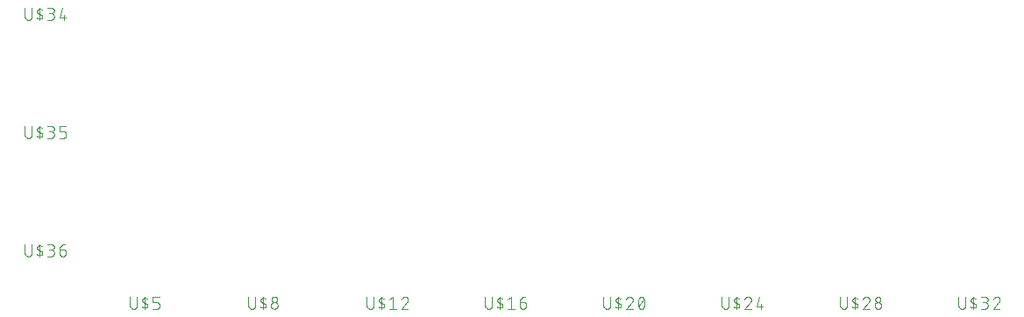
<source format=gbr>
G04 EAGLE Gerber RS-274X export*
G75*
%MOMM*%
%FSLAX34Y34*%
%LPD*%
%INSilkscreen Top*%
%IPPOS*%
%AMOC8*
5,1,8,0,0,1.08239X$1,22.5*%
G01*
%ADD10C,0.101600*%


D10*
X165608Y291592D02*
X165608Y283154D01*
X165610Y283041D01*
X165616Y282928D01*
X165626Y282815D01*
X165640Y282702D01*
X165657Y282590D01*
X165679Y282479D01*
X165704Y282369D01*
X165734Y282259D01*
X165767Y282151D01*
X165804Y282044D01*
X165844Y281938D01*
X165889Y281834D01*
X165937Y281731D01*
X165988Y281630D01*
X166043Y281531D01*
X166101Y281434D01*
X166163Y281339D01*
X166228Y281246D01*
X166296Y281156D01*
X166367Y281068D01*
X166442Y280982D01*
X166519Y280899D01*
X166599Y280819D01*
X166682Y280742D01*
X166768Y280667D01*
X166856Y280596D01*
X166946Y280528D01*
X167039Y280463D01*
X167134Y280401D01*
X167231Y280343D01*
X167330Y280288D01*
X167431Y280237D01*
X167534Y280189D01*
X167638Y280144D01*
X167744Y280104D01*
X167851Y280067D01*
X167959Y280034D01*
X168069Y280004D01*
X168179Y279979D01*
X168290Y279957D01*
X168402Y279940D01*
X168515Y279926D01*
X168628Y279916D01*
X168741Y279910D01*
X168854Y279908D01*
X168967Y279910D01*
X169080Y279916D01*
X169193Y279926D01*
X169306Y279940D01*
X169418Y279957D01*
X169529Y279979D01*
X169639Y280004D01*
X169749Y280034D01*
X169857Y280067D01*
X169964Y280104D01*
X170070Y280144D01*
X170174Y280189D01*
X170277Y280237D01*
X170378Y280288D01*
X170477Y280343D01*
X170574Y280401D01*
X170669Y280463D01*
X170762Y280528D01*
X170852Y280596D01*
X170940Y280667D01*
X171026Y280742D01*
X171109Y280819D01*
X171189Y280899D01*
X171266Y280982D01*
X171341Y281068D01*
X171412Y281156D01*
X171480Y281246D01*
X171545Y281339D01*
X171607Y281434D01*
X171665Y281531D01*
X171720Y281630D01*
X171771Y281731D01*
X171819Y281834D01*
X171864Y281938D01*
X171904Y282044D01*
X171941Y282151D01*
X171974Y282259D01*
X172004Y282369D01*
X172029Y282479D01*
X172051Y282590D01*
X172068Y282702D01*
X172082Y282815D01*
X172092Y282928D01*
X172098Y283041D01*
X172100Y283154D01*
X172099Y283154D02*
X172099Y291592D01*
X179903Y291592D02*
X179903Y279908D01*
X179903Y285750D02*
X178280Y286724D01*
X178279Y286723D02*
X178206Y286770D01*
X178135Y286819D01*
X178065Y286872D01*
X177999Y286928D01*
X177935Y286987D01*
X177873Y287048D01*
X177815Y287112D01*
X177759Y287179D01*
X177707Y287248D01*
X177657Y287320D01*
X177611Y287394D01*
X177568Y287469D01*
X177529Y287547D01*
X177493Y287626D01*
X177461Y287707D01*
X177432Y287789D01*
X177407Y287872D01*
X177386Y287956D01*
X177369Y288041D01*
X177355Y288127D01*
X177346Y288213D01*
X177340Y288300D01*
X177338Y288387D01*
X177340Y288474D01*
X177346Y288561D01*
X177356Y288647D01*
X177369Y288733D01*
X177387Y288818D01*
X177408Y288902D01*
X177433Y288985D01*
X177462Y289068D01*
X177494Y289148D01*
X177530Y289227D01*
X177569Y289305D01*
X177612Y289380D01*
X177659Y289454D01*
X177708Y289525D01*
X177761Y289595D01*
X177816Y289661D01*
X177875Y289725D01*
X177936Y289787D01*
X178001Y289846D01*
X178067Y289901D01*
X178136Y289954D01*
X178208Y290004D01*
X178281Y290050D01*
X178357Y290093D01*
X178434Y290132D01*
X178513Y290168D01*
X178594Y290201D01*
X178676Y290229D01*
X178759Y290255D01*
X178843Y290276D01*
X178929Y290293D01*
X178929Y290294D02*
X179069Y290318D01*
X179211Y290338D01*
X179352Y290354D01*
X179494Y290365D01*
X179637Y290373D01*
X179779Y290377D01*
X179922Y290378D01*
X180065Y290374D01*
X180207Y290366D01*
X180349Y290354D01*
X180491Y290338D01*
X180632Y290319D01*
X180773Y290295D01*
X180913Y290268D01*
X181052Y290236D01*
X181190Y290201D01*
X181328Y290162D01*
X181464Y290119D01*
X181598Y290073D01*
X181732Y290022D01*
X181864Y289969D01*
X181994Y289911D01*
X182123Y289850D01*
X182250Y289785D01*
X182376Y289717D01*
X182499Y289645D01*
X179903Y285750D02*
X181525Y284776D01*
X181526Y284777D02*
X181599Y284730D01*
X181670Y284681D01*
X181740Y284628D01*
X181806Y284572D01*
X181870Y284513D01*
X181932Y284452D01*
X181990Y284388D01*
X182046Y284321D01*
X182098Y284252D01*
X182148Y284180D01*
X182194Y284106D01*
X182237Y284031D01*
X182276Y283953D01*
X182312Y283874D01*
X182344Y283793D01*
X182373Y283711D01*
X182398Y283628D01*
X182419Y283544D01*
X182436Y283459D01*
X182450Y283373D01*
X182459Y283287D01*
X182465Y283200D01*
X182467Y283113D01*
X182465Y283026D01*
X182459Y282939D01*
X182449Y282853D01*
X182436Y282767D01*
X182418Y282682D01*
X182397Y282598D01*
X182372Y282515D01*
X182343Y282432D01*
X182311Y282352D01*
X182275Y282273D01*
X182236Y282195D01*
X182193Y282120D01*
X182146Y282046D01*
X182097Y281975D01*
X182044Y281905D01*
X181989Y281839D01*
X181930Y281775D01*
X181869Y281713D01*
X181804Y281654D01*
X181738Y281599D01*
X181669Y281546D01*
X181597Y281496D01*
X181524Y281450D01*
X181448Y281407D01*
X181371Y281368D01*
X181292Y281332D01*
X181211Y281299D01*
X181129Y281271D01*
X181046Y281245D01*
X180962Y281224D01*
X180877Y281207D01*
X180876Y281206D02*
X180736Y281182D01*
X180594Y281162D01*
X180453Y281146D01*
X180311Y281135D01*
X180168Y281127D01*
X180026Y281123D01*
X179883Y281122D01*
X179740Y281126D01*
X179598Y281134D01*
X179456Y281146D01*
X179314Y281162D01*
X179173Y281181D01*
X179032Y281205D01*
X178892Y281232D01*
X178753Y281264D01*
X178615Y281299D01*
X178477Y281338D01*
X178341Y281381D01*
X178207Y281427D01*
X178073Y281478D01*
X177941Y281531D01*
X177811Y281589D01*
X177682Y281650D01*
X177555Y281715D01*
X177429Y281783D01*
X177306Y281855D01*
X187325Y279908D02*
X191220Y279908D01*
X191319Y279910D01*
X191419Y279916D01*
X191518Y279925D01*
X191616Y279938D01*
X191714Y279955D01*
X191812Y279976D01*
X191908Y280001D01*
X192003Y280029D01*
X192097Y280061D01*
X192190Y280096D01*
X192282Y280135D01*
X192372Y280178D01*
X192460Y280223D01*
X192547Y280273D01*
X192631Y280325D01*
X192714Y280381D01*
X192794Y280439D01*
X192872Y280501D01*
X192947Y280566D01*
X193020Y280634D01*
X193090Y280704D01*
X193158Y280777D01*
X193223Y280852D01*
X193285Y280930D01*
X193343Y281010D01*
X193399Y281093D01*
X193451Y281177D01*
X193501Y281264D01*
X193546Y281352D01*
X193589Y281442D01*
X193628Y281534D01*
X193663Y281627D01*
X193695Y281721D01*
X193723Y281816D01*
X193748Y281912D01*
X193769Y282010D01*
X193786Y282108D01*
X193799Y282206D01*
X193808Y282305D01*
X193814Y282405D01*
X193816Y282504D01*
X193816Y283803D01*
X193814Y283902D01*
X193808Y284002D01*
X193799Y284101D01*
X193786Y284199D01*
X193769Y284297D01*
X193748Y284395D01*
X193723Y284491D01*
X193695Y284586D01*
X193663Y284680D01*
X193628Y284773D01*
X193589Y284865D01*
X193546Y284955D01*
X193501Y285043D01*
X193451Y285130D01*
X193399Y285214D01*
X193343Y285297D01*
X193285Y285377D01*
X193223Y285455D01*
X193158Y285530D01*
X193090Y285603D01*
X193020Y285673D01*
X192947Y285741D01*
X192872Y285806D01*
X192794Y285868D01*
X192714Y285926D01*
X192631Y285982D01*
X192547Y286034D01*
X192460Y286084D01*
X192372Y286129D01*
X192282Y286172D01*
X192190Y286211D01*
X192097Y286246D01*
X192003Y286278D01*
X191908Y286306D01*
X191812Y286331D01*
X191714Y286352D01*
X191616Y286369D01*
X191518Y286382D01*
X191419Y286391D01*
X191319Y286397D01*
X191220Y286399D01*
X187325Y286399D01*
X187325Y291592D01*
X193816Y291592D01*
X279908Y291592D02*
X279908Y283154D01*
X279910Y283041D01*
X279916Y282928D01*
X279926Y282815D01*
X279940Y282702D01*
X279957Y282590D01*
X279979Y282479D01*
X280004Y282369D01*
X280034Y282259D01*
X280067Y282151D01*
X280104Y282044D01*
X280144Y281938D01*
X280189Y281834D01*
X280237Y281731D01*
X280288Y281630D01*
X280343Y281531D01*
X280401Y281434D01*
X280463Y281339D01*
X280528Y281246D01*
X280596Y281156D01*
X280667Y281068D01*
X280742Y280982D01*
X280819Y280899D01*
X280899Y280819D01*
X280982Y280742D01*
X281068Y280667D01*
X281156Y280596D01*
X281246Y280528D01*
X281339Y280463D01*
X281434Y280401D01*
X281531Y280343D01*
X281630Y280288D01*
X281731Y280237D01*
X281834Y280189D01*
X281938Y280144D01*
X282044Y280104D01*
X282151Y280067D01*
X282259Y280034D01*
X282369Y280004D01*
X282479Y279979D01*
X282590Y279957D01*
X282702Y279940D01*
X282815Y279926D01*
X282928Y279916D01*
X283041Y279910D01*
X283154Y279908D01*
X283267Y279910D01*
X283380Y279916D01*
X283493Y279926D01*
X283606Y279940D01*
X283718Y279957D01*
X283829Y279979D01*
X283939Y280004D01*
X284049Y280034D01*
X284157Y280067D01*
X284264Y280104D01*
X284370Y280144D01*
X284474Y280189D01*
X284577Y280237D01*
X284678Y280288D01*
X284777Y280343D01*
X284874Y280401D01*
X284969Y280463D01*
X285062Y280528D01*
X285152Y280596D01*
X285240Y280667D01*
X285326Y280742D01*
X285409Y280819D01*
X285489Y280899D01*
X285566Y280982D01*
X285641Y281068D01*
X285712Y281156D01*
X285780Y281246D01*
X285845Y281339D01*
X285907Y281434D01*
X285965Y281531D01*
X286020Y281630D01*
X286071Y281731D01*
X286119Y281834D01*
X286164Y281938D01*
X286204Y282044D01*
X286241Y282151D01*
X286274Y282259D01*
X286304Y282369D01*
X286329Y282479D01*
X286351Y282590D01*
X286368Y282702D01*
X286382Y282815D01*
X286392Y282928D01*
X286398Y283041D01*
X286400Y283154D01*
X286399Y283154D02*
X286399Y291592D01*
X294203Y291592D02*
X294203Y279908D01*
X294203Y285750D02*
X292580Y286724D01*
X292579Y286723D02*
X292506Y286770D01*
X292435Y286819D01*
X292365Y286872D01*
X292299Y286928D01*
X292235Y286987D01*
X292173Y287048D01*
X292115Y287112D01*
X292059Y287179D01*
X292007Y287248D01*
X291957Y287320D01*
X291911Y287394D01*
X291868Y287469D01*
X291829Y287547D01*
X291793Y287626D01*
X291761Y287707D01*
X291732Y287789D01*
X291707Y287872D01*
X291686Y287956D01*
X291669Y288041D01*
X291655Y288127D01*
X291646Y288213D01*
X291640Y288300D01*
X291638Y288387D01*
X291640Y288474D01*
X291646Y288561D01*
X291656Y288647D01*
X291669Y288733D01*
X291687Y288818D01*
X291708Y288902D01*
X291733Y288985D01*
X291762Y289068D01*
X291794Y289148D01*
X291830Y289227D01*
X291869Y289305D01*
X291912Y289380D01*
X291959Y289454D01*
X292008Y289525D01*
X292061Y289595D01*
X292116Y289661D01*
X292175Y289725D01*
X292236Y289787D01*
X292301Y289846D01*
X292367Y289901D01*
X292436Y289954D01*
X292508Y290004D01*
X292581Y290050D01*
X292657Y290093D01*
X292734Y290132D01*
X292813Y290168D01*
X292894Y290201D01*
X292976Y290229D01*
X293059Y290255D01*
X293143Y290276D01*
X293229Y290293D01*
X293229Y290294D02*
X293369Y290318D01*
X293511Y290338D01*
X293652Y290354D01*
X293794Y290365D01*
X293937Y290373D01*
X294079Y290377D01*
X294222Y290378D01*
X294365Y290374D01*
X294507Y290366D01*
X294649Y290354D01*
X294791Y290338D01*
X294932Y290319D01*
X295073Y290295D01*
X295213Y290268D01*
X295352Y290236D01*
X295490Y290201D01*
X295628Y290162D01*
X295764Y290119D01*
X295898Y290073D01*
X296032Y290022D01*
X296164Y289969D01*
X296294Y289911D01*
X296423Y289850D01*
X296550Y289785D01*
X296676Y289717D01*
X296799Y289645D01*
X294203Y285750D02*
X295825Y284776D01*
X295826Y284777D02*
X295899Y284730D01*
X295970Y284681D01*
X296040Y284628D01*
X296106Y284572D01*
X296170Y284513D01*
X296232Y284452D01*
X296290Y284388D01*
X296346Y284321D01*
X296398Y284252D01*
X296448Y284180D01*
X296494Y284106D01*
X296537Y284031D01*
X296576Y283953D01*
X296612Y283874D01*
X296644Y283793D01*
X296673Y283711D01*
X296698Y283628D01*
X296719Y283544D01*
X296736Y283459D01*
X296750Y283373D01*
X296759Y283287D01*
X296765Y283200D01*
X296767Y283113D01*
X296765Y283026D01*
X296759Y282939D01*
X296749Y282853D01*
X296736Y282767D01*
X296718Y282682D01*
X296697Y282598D01*
X296672Y282515D01*
X296643Y282432D01*
X296611Y282352D01*
X296575Y282273D01*
X296536Y282195D01*
X296493Y282120D01*
X296446Y282046D01*
X296397Y281975D01*
X296344Y281905D01*
X296289Y281839D01*
X296230Y281775D01*
X296169Y281713D01*
X296104Y281654D01*
X296038Y281599D01*
X295969Y281546D01*
X295897Y281496D01*
X295824Y281450D01*
X295748Y281407D01*
X295671Y281368D01*
X295592Y281332D01*
X295511Y281299D01*
X295429Y281271D01*
X295346Y281245D01*
X295262Y281224D01*
X295177Y281207D01*
X295176Y281206D02*
X295036Y281182D01*
X294894Y281162D01*
X294753Y281146D01*
X294611Y281135D01*
X294468Y281127D01*
X294326Y281123D01*
X294183Y281122D01*
X294040Y281126D01*
X293898Y281134D01*
X293756Y281146D01*
X293614Y281162D01*
X293473Y281181D01*
X293332Y281205D01*
X293192Y281232D01*
X293053Y281264D01*
X292915Y281299D01*
X292777Y281338D01*
X292641Y281381D01*
X292507Y281427D01*
X292373Y281478D01*
X292241Y281531D01*
X292111Y281589D01*
X291982Y281650D01*
X291855Y281715D01*
X291729Y281783D01*
X291606Y281855D01*
X301625Y283154D02*
X301627Y283267D01*
X301633Y283380D01*
X301643Y283493D01*
X301657Y283606D01*
X301674Y283718D01*
X301696Y283829D01*
X301721Y283939D01*
X301751Y284049D01*
X301784Y284157D01*
X301821Y284264D01*
X301861Y284370D01*
X301906Y284474D01*
X301954Y284577D01*
X302005Y284678D01*
X302060Y284777D01*
X302118Y284874D01*
X302180Y284969D01*
X302245Y285062D01*
X302313Y285152D01*
X302384Y285240D01*
X302459Y285326D01*
X302536Y285409D01*
X302616Y285489D01*
X302699Y285566D01*
X302785Y285641D01*
X302873Y285712D01*
X302963Y285780D01*
X303056Y285845D01*
X303151Y285907D01*
X303248Y285965D01*
X303347Y286020D01*
X303448Y286071D01*
X303551Y286119D01*
X303655Y286164D01*
X303761Y286204D01*
X303868Y286241D01*
X303976Y286274D01*
X304086Y286304D01*
X304196Y286329D01*
X304307Y286351D01*
X304419Y286368D01*
X304532Y286382D01*
X304645Y286392D01*
X304758Y286398D01*
X304871Y286400D01*
X304984Y286398D01*
X305097Y286392D01*
X305210Y286382D01*
X305323Y286368D01*
X305435Y286351D01*
X305546Y286329D01*
X305656Y286304D01*
X305766Y286274D01*
X305874Y286241D01*
X305981Y286204D01*
X306087Y286164D01*
X306191Y286119D01*
X306294Y286071D01*
X306395Y286020D01*
X306494Y285965D01*
X306591Y285907D01*
X306686Y285845D01*
X306779Y285780D01*
X306869Y285712D01*
X306957Y285641D01*
X307043Y285566D01*
X307126Y285489D01*
X307206Y285409D01*
X307283Y285326D01*
X307358Y285240D01*
X307429Y285152D01*
X307497Y285062D01*
X307562Y284969D01*
X307624Y284874D01*
X307682Y284777D01*
X307737Y284678D01*
X307788Y284577D01*
X307836Y284474D01*
X307881Y284370D01*
X307921Y284264D01*
X307958Y284157D01*
X307991Y284049D01*
X308021Y283939D01*
X308046Y283829D01*
X308068Y283718D01*
X308085Y283606D01*
X308099Y283493D01*
X308109Y283380D01*
X308115Y283267D01*
X308117Y283154D01*
X308115Y283041D01*
X308109Y282928D01*
X308099Y282815D01*
X308085Y282702D01*
X308068Y282590D01*
X308046Y282479D01*
X308021Y282369D01*
X307991Y282259D01*
X307958Y282151D01*
X307921Y282044D01*
X307881Y281938D01*
X307836Y281834D01*
X307788Y281731D01*
X307737Y281630D01*
X307682Y281531D01*
X307624Y281434D01*
X307562Y281339D01*
X307497Y281246D01*
X307429Y281156D01*
X307358Y281068D01*
X307283Y280982D01*
X307206Y280899D01*
X307126Y280819D01*
X307043Y280742D01*
X306957Y280667D01*
X306869Y280596D01*
X306779Y280528D01*
X306686Y280463D01*
X306591Y280401D01*
X306494Y280343D01*
X306395Y280288D01*
X306294Y280237D01*
X306191Y280189D01*
X306087Y280144D01*
X305981Y280104D01*
X305874Y280067D01*
X305766Y280034D01*
X305656Y280004D01*
X305546Y279979D01*
X305435Y279957D01*
X305323Y279940D01*
X305210Y279926D01*
X305097Y279916D01*
X304984Y279910D01*
X304871Y279908D01*
X304758Y279910D01*
X304645Y279916D01*
X304532Y279926D01*
X304419Y279940D01*
X304307Y279957D01*
X304196Y279979D01*
X304086Y280004D01*
X303976Y280034D01*
X303868Y280067D01*
X303761Y280104D01*
X303655Y280144D01*
X303551Y280189D01*
X303448Y280237D01*
X303347Y280288D01*
X303248Y280343D01*
X303151Y280401D01*
X303056Y280463D01*
X302963Y280528D01*
X302873Y280596D01*
X302785Y280667D01*
X302699Y280742D01*
X302616Y280819D01*
X302536Y280899D01*
X302459Y280982D01*
X302384Y281068D01*
X302313Y281156D01*
X302245Y281246D01*
X302180Y281339D01*
X302118Y281434D01*
X302060Y281531D01*
X302005Y281630D01*
X301954Y281731D01*
X301906Y281834D01*
X301861Y281938D01*
X301821Y282044D01*
X301784Y282151D01*
X301751Y282259D01*
X301721Y282369D01*
X301696Y282479D01*
X301674Y282590D01*
X301657Y282702D01*
X301643Y282815D01*
X301633Y282928D01*
X301627Y283041D01*
X301625Y283154D01*
X302275Y288996D02*
X302277Y289097D01*
X302283Y289197D01*
X302293Y289297D01*
X302306Y289397D01*
X302324Y289496D01*
X302345Y289595D01*
X302370Y289692D01*
X302399Y289789D01*
X302432Y289884D01*
X302468Y289978D01*
X302508Y290070D01*
X302551Y290161D01*
X302598Y290250D01*
X302648Y290337D01*
X302702Y290423D01*
X302759Y290506D01*
X302819Y290586D01*
X302882Y290665D01*
X302949Y290741D01*
X303018Y290814D01*
X303090Y290884D01*
X303164Y290952D01*
X303241Y291017D01*
X303321Y291078D01*
X303403Y291137D01*
X303487Y291192D01*
X303573Y291244D01*
X303661Y291293D01*
X303751Y291338D01*
X303843Y291380D01*
X303936Y291418D01*
X304031Y291452D01*
X304126Y291483D01*
X304223Y291510D01*
X304321Y291533D01*
X304420Y291553D01*
X304520Y291568D01*
X304620Y291580D01*
X304720Y291588D01*
X304821Y291592D01*
X304921Y291592D01*
X305022Y291588D01*
X305122Y291580D01*
X305222Y291568D01*
X305322Y291553D01*
X305421Y291533D01*
X305519Y291510D01*
X305616Y291483D01*
X305711Y291452D01*
X305806Y291418D01*
X305899Y291380D01*
X305991Y291338D01*
X306081Y291293D01*
X306169Y291244D01*
X306255Y291192D01*
X306339Y291137D01*
X306421Y291078D01*
X306501Y291017D01*
X306578Y290952D01*
X306652Y290884D01*
X306724Y290814D01*
X306793Y290741D01*
X306860Y290665D01*
X306923Y290586D01*
X306983Y290506D01*
X307040Y290423D01*
X307094Y290337D01*
X307144Y290250D01*
X307191Y290161D01*
X307234Y290070D01*
X307274Y289978D01*
X307310Y289884D01*
X307343Y289789D01*
X307372Y289692D01*
X307397Y289595D01*
X307418Y289496D01*
X307436Y289397D01*
X307449Y289297D01*
X307459Y289197D01*
X307465Y289097D01*
X307467Y288996D01*
X307465Y288895D01*
X307459Y288795D01*
X307449Y288695D01*
X307436Y288595D01*
X307418Y288496D01*
X307397Y288397D01*
X307372Y288300D01*
X307343Y288203D01*
X307310Y288108D01*
X307274Y288014D01*
X307234Y287922D01*
X307191Y287831D01*
X307144Y287742D01*
X307094Y287655D01*
X307040Y287569D01*
X306983Y287486D01*
X306923Y287406D01*
X306860Y287327D01*
X306793Y287251D01*
X306724Y287178D01*
X306652Y287108D01*
X306578Y287040D01*
X306501Y286975D01*
X306421Y286914D01*
X306339Y286855D01*
X306255Y286800D01*
X306169Y286748D01*
X306081Y286699D01*
X305991Y286654D01*
X305899Y286612D01*
X305806Y286574D01*
X305711Y286540D01*
X305616Y286509D01*
X305519Y286482D01*
X305421Y286459D01*
X305322Y286439D01*
X305222Y286424D01*
X305122Y286412D01*
X305022Y286404D01*
X304921Y286400D01*
X304821Y286400D01*
X304720Y286404D01*
X304620Y286412D01*
X304520Y286424D01*
X304420Y286439D01*
X304321Y286459D01*
X304223Y286482D01*
X304126Y286509D01*
X304031Y286540D01*
X303936Y286574D01*
X303843Y286612D01*
X303751Y286654D01*
X303661Y286699D01*
X303573Y286748D01*
X303487Y286800D01*
X303403Y286855D01*
X303321Y286914D01*
X303241Y286975D01*
X303164Y287040D01*
X303090Y287108D01*
X303018Y287178D01*
X302949Y287251D01*
X302882Y287327D01*
X302819Y287406D01*
X302759Y287486D01*
X302702Y287569D01*
X302648Y287655D01*
X302598Y287742D01*
X302551Y287831D01*
X302508Y287922D01*
X302468Y288014D01*
X302432Y288108D01*
X302399Y288203D01*
X302370Y288300D01*
X302345Y288397D01*
X302324Y288496D01*
X302306Y288595D01*
X302293Y288695D01*
X302283Y288795D01*
X302277Y288895D01*
X302275Y288996D01*
X394208Y291592D02*
X394208Y283154D01*
X394210Y283041D01*
X394216Y282928D01*
X394226Y282815D01*
X394240Y282702D01*
X394257Y282590D01*
X394279Y282479D01*
X394304Y282369D01*
X394334Y282259D01*
X394367Y282151D01*
X394404Y282044D01*
X394444Y281938D01*
X394489Y281834D01*
X394537Y281731D01*
X394588Y281630D01*
X394643Y281531D01*
X394701Y281434D01*
X394763Y281339D01*
X394828Y281246D01*
X394896Y281156D01*
X394967Y281068D01*
X395042Y280982D01*
X395119Y280899D01*
X395199Y280819D01*
X395282Y280742D01*
X395368Y280667D01*
X395456Y280596D01*
X395546Y280528D01*
X395639Y280463D01*
X395734Y280401D01*
X395831Y280343D01*
X395930Y280288D01*
X396031Y280237D01*
X396134Y280189D01*
X396238Y280144D01*
X396344Y280104D01*
X396451Y280067D01*
X396559Y280034D01*
X396669Y280004D01*
X396779Y279979D01*
X396890Y279957D01*
X397002Y279940D01*
X397115Y279926D01*
X397228Y279916D01*
X397341Y279910D01*
X397454Y279908D01*
X397567Y279910D01*
X397680Y279916D01*
X397793Y279926D01*
X397906Y279940D01*
X398018Y279957D01*
X398129Y279979D01*
X398239Y280004D01*
X398349Y280034D01*
X398457Y280067D01*
X398564Y280104D01*
X398670Y280144D01*
X398774Y280189D01*
X398877Y280237D01*
X398978Y280288D01*
X399077Y280343D01*
X399174Y280401D01*
X399269Y280463D01*
X399362Y280528D01*
X399452Y280596D01*
X399540Y280667D01*
X399626Y280742D01*
X399709Y280819D01*
X399789Y280899D01*
X399866Y280982D01*
X399941Y281068D01*
X400012Y281156D01*
X400080Y281246D01*
X400145Y281339D01*
X400207Y281434D01*
X400265Y281531D01*
X400320Y281630D01*
X400371Y281731D01*
X400419Y281834D01*
X400464Y281938D01*
X400504Y282044D01*
X400541Y282151D01*
X400574Y282259D01*
X400604Y282369D01*
X400629Y282479D01*
X400651Y282590D01*
X400668Y282702D01*
X400682Y282815D01*
X400692Y282928D01*
X400698Y283041D01*
X400700Y283154D01*
X400699Y283154D02*
X400699Y291592D01*
X408503Y291592D02*
X408503Y279908D01*
X408503Y285750D02*
X406880Y286724D01*
X406879Y286723D02*
X406806Y286770D01*
X406735Y286819D01*
X406665Y286872D01*
X406599Y286928D01*
X406535Y286987D01*
X406473Y287048D01*
X406415Y287112D01*
X406359Y287179D01*
X406307Y287248D01*
X406257Y287320D01*
X406211Y287394D01*
X406168Y287469D01*
X406129Y287547D01*
X406093Y287626D01*
X406061Y287707D01*
X406032Y287789D01*
X406007Y287872D01*
X405986Y287956D01*
X405969Y288041D01*
X405955Y288127D01*
X405946Y288213D01*
X405940Y288300D01*
X405938Y288387D01*
X405940Y288474D01*
X405946Y288561D01*
X405956Y288647D01*
X405969Y288733D01*
X405987Y288818D01*
X406008Y288902D01*
X406033Y288985D01*
X406062Y289068D01*
X406094Y289148D01*
X406130Y289227D01*
X406169Y289305D01*
X406212Y289380D01*
X406259Y289454D01*
X406308Y289525D01*
X406361Y289595D01*
X406416Y289661D01*
X406475Y289725D01*
X406536Y289787D01*
X406601Y289846D01*
X406667Y289901D01*
X406736Y289954D01*
X406808Y290004D01*
X406881Y290050D01*
X406957Y290093D01*
X407034Y290132D01*
X407113Y290168D01*
X407194Y290201D01*
X407276Y290229D01*
X407359Y290255D01*
X407443Y290276D01*
X407529Y290293D01*
X407529Y290294D02*
X407669Y290318D01*
X407811Y290338D01*
X407952Y290354D01*
X408094Y290365D01*
X408237Y290373D01*
X408379Y290377D01*
X408522Y290378D01*
X408665Y290374D01*
X408807Y290366D01*
X408949Y290354D01*
X409091Y290338D01*
X409232Y290319D01*
X409373Y290295D01*
X409513Y290268D01*
X409652Y290236D01*
X409790Y290201D01*
X409928Y290162D01*
X410064Y290119D01*
X410198Y290073D01*
X410332Y290022D01*
X410464Y289969D01*
X410594Y289911D01*
X410723Y289850D01*
X410850Y289785D01*
X410976Y289717D01*
X411099Y289645D01*
X408503Y285750D02*
X410125Y284776D01*
X410126Y284777D02*
X410199Y284730D01*
X410270Y284681D01*
X410340Y284628D01*
X410406Y284572D01*
X410470Y284513D01*
X410532Y284452D01*
X410590Y284388D01*
X410646Y284321D01*
X410698Y284252D01*
X410748Y284180D01*
X410794Y284106D01*
X410837Y284031D01*
X410876Y283953D01*
X410912Y283874D01*
X410944Y283793D01*
X410973Y283711D01*
X410998Y283628D01*
X411019Y283544D01*
X411036Y283459D01*
X411050Y283373D01*
X411059Y283287D01*
X411065Y283200D01*
X411067Y283113D01*
X411065Y283026D01*
X411059Y282939D01*
X411049Y282853D01*
X411036Y282767D01*
X411018Y282682D01*
X410997Y282598D01*
X410972Y282515D01*
X410943Y282432D01*
X410911Y282352D01*
X410875Y282273D01*
X410836Y282195D01*
X410793Y282120D01*
X410746Y282046D01*
X410697Y281975D01*
X410644Y281905D01*
X410589Y281839D01*
X410530Y281775D01*
X410469Y281713D01*
X410404Y281654D01*
X410338Y281599D01*
X410269Y281546D01*
X410197Y281496D01*
X410124Y281450D01*
X410048Y281407D01*
X409971Y281368D01*
X409892Y281332D01*
X409811Y281299D01*
X409729Y281271D01*
X409646Y281245D01*
X409562Y281224D01*
X409477Y281207D01*
X409476Y281206D02*
X409336Y281182D01*
X409194Y281162D01*
X409053Y281146D01*
X408911Y281135D01*
X408768Y281127D01*
X408626Y281123D01*
X408483Y281122D01*
X408340Y281126D01*
X408198Y281134D01*
X408056Y281146D01*
X407914Y281162D01*
X407773Y281181D01*
X407632Y281205D01*
X407492Y281232D01*
X407353Y281264D01*
X407215Y281299D01*
X407077Y281338D01*
X406941Y281381D01*
X406807Y281427D01*
X406673Y281478D01*
X406541Y281531D01*
X406411Y281589D01*
X406282Y281650D01*
X406155Y281715D01*
X406029Y281783D01*
X405906Y281855D01*
X415925Y288996D02*
X419171Y291592D01*
X419171Y279908D01*
X422416Y279908D02*
X415925Y279908D01*
X430925Y291592D02*
X431032Y291590D01*
X431138Y291584D01*
X431244Y291574D01*
X431350Y291561D01*
X431456Y291543D01*
X431560Y291522D01*
X431664Y291497D01*
X431767Y291468D01*
X431868Y291436D01*
X431968Y291399D01*
X432067Y291359D01*
X432165Y291316D01*
X432261Y291269D01*
X432355Y291218D01*
X432447Y291164D01*
X432537Y291107D01*
X432625Y291047D01*
X432710Y290983D01*
X432793Y290916D01*
X432874Y290846D01*
X432952Y290774D01*
X433028Y290698D01*
X433100Y290620D01*
X433170Y290539D01*
X433237Y290456D01*
X433301Y290371D01*
X433361Y290283D01*
X433418Y290193D01*
X433472Y290101D01*
X433523Y290007D01*
X433570Y289911D01*
X433613Y289813D01*
X433653Y289714D01*
X433690Y289614D01*
X433722Y289513D01*
X433751Y289410D01*
X433776Y289306D01*
X433797Y289202D01*
X433815Y289096D01*
X433828Y288990D01*
X433838Y288884D01*
X433844Y288778D01*
X433846Y288671D01*
X430925Y291592D02*
X430804Y291590D01*
X430683Y291584D01*
X430563Y291574D01*
X430442Y291561D01*
X430323Y291543D01*
X430203Y291522D01*
X430085Y291497D01*
X429968Y291468D01*
X429851Y291435D01*
X429736Y291399D01*
X429622Y291358D01*
X429509Y291315D01*
X429397Y291267D01*
X429288Y291216D01*
X429180Y291161D01*
X429073Y291103D01*
X428969Y291042D01*
X428867Y290977D01*
X428767Y290909D01*
X428669Y290838D01*
X428573Y290764D01*
X428480Y290687D01*
X428390Y290606D01*
X428302Y290523D01*
X428217Y290437D01*
X428134Y290348D01*
X428055Y290257D01*
X427978Y290163D01*
X427905Y290067D01*
X427835Y289969D01*
X427768Y289868D01*
X427704Y289765D01*
X427644Y289660D01*
X427587Y289553D01*
X427533Y289445D01*
X427483Y289335D01*
X427437Y289223D01*
X427394Y289110D01*
X427355Y288995D01*
X432873Y286399D02*
X432952Y286476D01*
X433028Y286557D01*
X433101Y286640D01*
X433171Y286725D01*
X433238Y286813D01*
X433302Y286903D01*
X433362Y286995D01*
X433419Y287090D01*
X433473Y287186D01*
X433524Y287284D01*
X433571Y287384D01*
X433615Y287486D01*
X433655Y287589D01*
X433691Y287693D01*
X433723Y287799D01*
X433752Y287905D01*
X433777Y288013D01*
X433799Y288121D01*
X433816Y288231D01*
X433830Y288340D01*
X433839Y288450D01*
X433845Y288561D01*
X433847Y288671D01*
X432872Y286399D02*
X427355Y279908D01*
X433846Y279908D01*
X508508Y283154D02*
X508508Y291592D01*
X508508Y283154D02*
X508510Y283041D01*
X508516Y282928D01*
X508526Y282815D01*
X508540Y282702D01*
X508557Y282590D01*
X508579Y282479D01*
X508604Y282369D01*
X508634Y282259D01*
X508667Y282151D01*
X508704Y282044D01*
X508744Y281938D01*
X508789Y281834D01*
X508837Y281731D01*
X508888Y281630D01*
X508943Y281531D01*
X509001Y281434D01*
X509063Y281339D01*
X509128Y281246D01*
X509196Y281156D01*
X509267Y281068D01*
X509342Y280982D01*
X509419Y280899D01*
X509499Y280819D01*
X509582Y280742D01*
X509668Y280667D01*
X509756Y280596D01*
X509846Y280528D01*
X509939Y280463D01*
X510034Y280401D01*
X510131Y280343D01*
X510230Y280288D01*
X510331Y280237D01*
X510434Y280189D01*
X510538Y280144D01*
X510644Y280104D01*
X510751Y280067D01*
X510859Y280034D01*
X510969Y280004D01*
X511079Y279979D01*
X511190Y279957D01*
X511302Y279940D01*
X511415Y279926D01*
X511528Y279916D01*
X511641Y279910D01*
X511754Y279908D01*
X511867Y279910D01*
X511980Y279916D01*
X512093Y279926D01*
X512206Y279940D01*
X512318Y279957D01*
X512429Y279979D01*
X512539Y280004D01*
X512649Y280034D01*
X512757Y280067D01*
X512864Y280104D01*
X512970Y280144D01*
X513074Y280189D01*
X513177Y280237D01*
X513278Y280288D01*
X513377Y280343D01*
X513474Y280401D01*
X513569Y280463D01*
X513662Y280528D01*
X513752Y280596D01*
X513840Y280667D01*
X513926Y280742D01*
X514009Y280819D01*
X514089Y280899D01*
X514166Y280982D01*
X514241Y281068D01*
X514312Y281156D01*
X514380Y281246D01*
X514445Y281339D01*
X514507Y281434D01*
X514565Y281531D01*
X514620Y281630D01*
X514671Y281731D01*
X514719Y281834D01*
X514764Y281938D01*
X514804Y282044D01*
X514841Y282151D01*
X514874Y282259D01*
X514904Y282369D01*
X514929Y282479D01*
X514951Y282590D01*
X514968Y282702D01*
X514982Y282815D01*
X514992Y282928D01*
X514998Y283041D01*
X515000Y283154D01*
X514999Y283154D02*
X514999Y291592D01*
X522803Y291592D02*
X522803Y279908D01*
X522803Y285750D02*
X521180Y286724D01*
X521179Y286723D02*
X521106Y286770D01*
X521035Y286819D01*
X520965Y286872D01*
X520899Y286928D01*
X520835Y286987D01*
X520773Y287048D01*
X520715Y287112D01*
X520659Y287179D01*
X520607Y287248D01*
X520557Y287320D01*
X520511Y287394D01*
X520468Y287469D01*
X520429Y287547D01*
X520393Y287626D01*
X520361Y287707D01*
X520332Y287789D01*
X520307Y287872D01*
X520286Y287956D01*
X520269Y288041D01*
X520255Y288127D01*
X520246Y288213D01*
X520240Y288300D01*
X520238Y288387D01*
X520240Y288474D01*
X520246Y288561D01*
X520256Y288647D01*
X520269Y288733D01*
X520287Y288818D01*
X520308Y288902D01*
X520333Y288985D01*
X520362Y289068D01*
X520394Y289148D01*
X520430Y289227D01*
X520469Y289305D01*
X520512Y289380D01*
X520559Y289454D01*
X520608Y289525D01*
X520661Y289595D01*
X520716Y289661D01*
X520775Y289725D01*
X520836Y289787D01*
X520901Y289846D01*
X520967Y289901D01*
X521036Y289954D01*
X521108Y290004D01*
X521181Y290050D01*
X521257Y290093D01*
X521334Y290132D01*
X521413Y290168D01*
X521494Y290201D01*
X521576Y290229D01*
X521659Y290255D01*
X521743Y290276D01*
X521829Y290293D01*
X521829Y290294D02*
X521969Y290318D01*
X522111Y290338D01*
X522252Y290354D01*
X522394Y290365D01*
X522537Y290373D01*
X522679Y290377D01*
X522822Y290378D01*
X522965Y290374D01*
X523107Y290366D01*
X523249Y290354D01*
X523391Y290338D01*
X523532Y290319D01*
X523673Y290295D01*
X523813Y290268D01*
X523952Y290236D01*
X524090Y290201D01*
X524228Y290162D01*
X524364Y290119D01*
X524498Y290073D01*
X524632Y290022D01*
X524764Y289969D01*
X524894Y289911D01*
X525023Y289850D01*
X525150Y289785D01*
X525276Y289717D01*
X525399Y289645D01*
X522803Y285750D02*
X524425Y284776D01*
X524426Y284777D02*
X524499Y284730D01*
X524570Y284681D01*
X524640Y284628D01*
X524706Y284572D01*
X524770Y284513D01*
X524832Y284452D01*
X524890Y284388D01*
X524946Y284321D01*
X524998Y284252D01*
X525048Y284180D01*
X525094Y284106D01*
X525137Y284031D01*
X525176Y283953D01*
X525212Y283874D01*
X525244Y283793D01*
X525273Y283711D01*
X525298Y283628D01*
X525319Y283544D01*
X525336Y283459D01*
X525350Y283373D01*
X525359Y283287D01*
X525365Y283200D01*
X525367Y283113D01*
X525365Y283026D01*
X525359Y282939D01*
X525349Y282853D01*
X525336Y282767D01*
X525318Y282682D01*
X525297Y282598D01*
X525272Y282515D01*
X525243Y282432D01*
X525211Y282352D01*
X525175Y282273D01*
X525136Y282195D01*
X525093Y282120D01*
X525046Y282046D01*
X524997Y281975D01*
X524944Y281905D01*
X524889Y281839D01*
X524830Y281775D01*
X524769Y281713D01*
X524704Y281654D01*
X524638Y281599D01*
X524569Y281546D01*
X524497Y281496D01*
X524424Y281450D01*
X524348Y281407D01*
X524271Y281368D01*
X524192Y281332D01*
X524111Y281299D01*
X524029Y281271D01*
X523946Y281245D01*
X523862Y281224D01*
X523777Y281207D01*
X523776Y281206D02*
X523636Y281182D01*
X523494Y281162D01*
X523353Y281146D01*
X523211Y281135D01*
X523068Y281127D01*
X522926Y281123D01*
X522783Y281122D01*
X522640Y281126D01*
X522498Y281134D01*
X522356Y281146D01*
X522214Y281162D01*
X522073Y281181D01*
X521932Y281205D01*
X521792Y281232D01*
X521653Y281264D01*
X521515Y281299D01*
X521377Y281338D01*
X521241Y281381D01*
X521107Y281427D01*
X520973Y281478D01*
X520841Y281531D01*
X520711Y281589D01*
X520582Y281650D01*
X520455Y281715D01*
X520329Y281783D01*
X520206Y281855D01*
X530225Y288996D02*
X533471Y291592D01*
X533471Y279908D01*
X536716Y279908D02*
X530225Y279908D01*
X541655Y286399D02*
X545550Y286399D01*
X545649Y286397D01*
X545749Y286391D01*
X545848Y286382D01*
X545946Y286369D01*
X546044Y286352D01*
X546142Y286331D01*
X546238Y286306D01*
X546333Y286278D01*
X546427Y286246D01*
X546520Y286211D01*
X546612Y286172D01*
X546702Y286129D01*
X546790Y286084D01*
X546877Y286034D01*
X546961Y285982D01*
X547044Y285926D01*
X547124Y285868D01*
X547202Y285806D01*
X547277Y285741D01*
X547350Y285673D01*
X547420Y285603D01*
X547488Y285530D01*
X547553Y285455D01*
X547615Y285377D01*
X547673Y285297D01*
X547729Y285214D01*
X547781Y285130D01*
X547831Y285043D01*
X547876Y284955D01*
X547919Y284865D01*
X547958Y284773D01*
X547993Y284680D01*
X548025Y284586D01*
X548053Y284491D01*
X548078Y284395D01*
X548099Y284297D01*
X548116Y284199D01*
X548129Y284101D01*
X548138Y284002D01*
X548144Y283902D01*
X548146Y283803D01*
X548146Y283154D01*
X548144Y283041D01*
X548138Y282928D01*
X548128Y282815D01*
X548114Y282702D01*
X548097Y282590D01*
X548075Y282479D01*
X548050Y282369D01*
X548020Y282259D01*
X547987Y282151D01*
X547950Y282044D01*
X547910Y281938D01*
X547865Y281834D01*
X547817Y281731D01*
X547766Y281630D01*
X547711Y281531D01*
X547653Y281434D01*
X547591Y281339D01*
X547526Y281246D01*
X547458Y281156D01*
X547387Y281068D01*
X547312Y280982D01*
X547235Y280899D01*
X547155Y280819D01*
X547072Y280742D01*
X546986Y280667D01*
X546898Y280596D01*
X546808Y280528D01*
X546715Y280463D01*
X546620Y280401D01*
X546523Y280343D01*
X546424Y280288D01*
X546323Y280237D01*
X546220Y280189D01*
X546116Y280144D01*
X546010Y280104D01*
X545903Y280067D01*
X545795Y280034D01*
X545685Y280004D01*
X545575Y279979D01*
X545464Y279957D01*
X545352Y279940D01*
X545239Y279926D01*
X545126Y279916D01*
X545013Y279910D01*
X544900Y279908D01*
X544787Y279910D01*
X544674Y279916D01*
X544561Y279926D01*
X544448Y279940D01*
X544336Y279957D01*
X544225Y279979D01*
X544115Y280004D01*
X544005Y280034D01*
X543897Y280067D01*
X543790Y280104D01*
X543684Y280144D01*
X543580Y280189D01*
X543477Y280237D01*
X543376Y280288D01*
X543277Y280343D01*
X543180Y280401D01*
X543085Y280463D01*
X542992Y280528D01*
X542902Y280596D01*
X542814Y280667D01*
X542728Y280742D01*
X542645Y280819D01*
X542565Y280899D01*
X542488Y280982D01*
X542413Y281068D01*
X542342Y281156D01*
X542274Y281246D01*
X542209Y281339D01*
X542147Y281434D01*
X542089Y281531D01*
X542034Y281630D01*
X541983Y281731D01*
X541935Y281834D01*
X541890Y281938D01*
X541850Y282044D01*
X541813Y282151D01*
X541780Y282259D01*
X541750Y282369D01*
X541725Y282479D01*
X541703Y282590D01*
X541686Y282702D01*
X541672Y282815D01*
X541662Y282928D01*
X541656Y283041D01*
X541654Y283154D01*
X541655Y283154D02*
X541655Y286399D01*
X541657Y286542D01*
X541663Y286685D01*
X541673Y286828D01*
X541687Y286970D01*
X541704Y287112D01*
X541726Y287254D01*
X541751Y287395D01*
X541781Y287535D01*
X541814Y287674D01*
X541851Y287812D01*
X541892Y287949D01*
X541936Y288085D01*
X541985Y288220D01*
X542037Y288353D01*
X542092Y288485D01*
X542152Y288615D01*
X542215Y288744D01*
X542281Y288871D01*
X542351Y288995D01*
X542424Y289118D01*
X542501Y289239D01*
X542581Y289358D01*
X542664Y289474D01*
X542750Y289589D01*
X542839Y289700D01*
X542932Y289810D01*
X543027Y289916D01*
X543126Y290020D01*
X543227Y290121D01*
X543331Y290220D01*
X543437Y290315D01*
X543547Y290408D01*
X543658Y290497D01*
X543773Y290583D01*
X543889Y290666D01*
X544008Y290746D01*
X544129Y290823D01*
X544251Y290896D01*
X544376Y290966D01*
X544503Y291032D01*
X544632Y291095D01*
X544762Y291155D01*
X544894Y291210D01*
X545027Y291262D01*
X545162Y291311D01*
X545298Y291355D01*
X545435Y291396D01*
X545573Y291433D01*
X545712Y291466D01*
X545852Y291496D01*
X545993Y291521D01*
X546135Y291543D01*
X546277Y291560D01*
X546419Y291574D01*
X546562Y291584D01*
X546705Y291590D01*
X546848Y291592D01*
X622808Y291592D02*
X622808Y283154D01*
X622810Y283041D01*
X622816Y282928D01*
X622826Y282815D01*
X622840Y282702D01*
X622857Y282590D01*
X622879Y282479D01*
X622904Y282369D01*
X622934Y282259D01*
X622967Y282151D01*
X623004Y282044D01*
X623044Y281938D01*
X623089Y281834D01*
X623137Y281731D01*
X623188Y281630D01*
X623243Y281531D01*
X623301Y281434D01*
X623363Y281339D01*
X623428Y281246D01*
X623496Y281156D01*
X623567Y281068D01*
X623642Y280982D01*
X623719Y280899D01*
X623799Y280819D01*
X623882Y280742D01*
X623968Y280667D01*
X624056Y280596D01*
X624146Y280528D01*
X624239Y280463D01*
X624334Y280401D01*
X624431Y280343D01*
X624530Y280288D01*
X624631Y280237D01*
X624734Y280189D01*
X624838Y280144D01*
X624944Y280104D01*
X625051Y280067D01*
X625159Y280034D01*
X625269Y280004D01*
X625379Y279979D01*
X625490Y279957D01*
X625602Y279940D01*
X625715Y279926D01*
X625828Y279916D01*
X625941Y279910D01*
X626054Y279908D01*
X626167Y279910D01*
X626280Y279916D01*
X626393Y279926D01*
X626506Y279940D01*
X626618Y279957D01*
X626729Y279979D01*
X626839Y280004D01*
X626949Y280034D01*
X627057Y280067D01*
X627164Y280104D01*
X627270Y280144D01*
X627374Y280189D01*
X627477Y280237D01*
X627578Y280288D01*
X627677Y280343D01*
X627774Y280401D01*
X627869Y280463D01*
X627962Y280528D01*
X628052Y280596D01*
X628140Y280667D01*
X628226Y280742D01*
X628309Y280819D01*
X628389Y280899D01*
X628466Y280982D01*
X628541Y281068D01*
X628612Y281156D01*
X628680Y281246D01*
X628745Y281339D01*
X628807Y281434D01*
X628865Y281531D01*
X628920Y281630D01*
X628971Y281731D01*
X629019Y281834D01*
X629064Y281938D01*
X629104Y282044D01*
X629141Y282151D01*
X629174Y282259D01*
X629204Y282369D01*
X629229Y282479D01*
X629251Y282590D01*
X629268Y282702D01*
X629282Y282815D01*
X629292Y282928D01*
X629298Y283041D01*
X629300Y283154D01*
X629299Y283154D02*
X629299Y291592D01*
X637103Y291592D02*
X637103Y279908D01*
X637103Y285750D02*
X635480Y286724D01*
X635479Y286723D02*
X635406Y286770D01*
X635335Y286819D01*
X635265Y286872D01*
X635199Y286928D01*
X635135Y286987D01*
X635073Y287048D01*
X635015Y287112D01*
X634959Y287179D01*
X634907Y287248D01*
X634857Y287320D01*
X634811Y287394D01*
X634768Y287469D01*
X634729Y287547D01*
X634693Y287626D01*
X634661Y287707D01*
X634632Y287789D01*
X634607Y287872D01*
X634586Y287956D01*
X634569Y288041D01*
X634555Y288127D01*
X634546Y288213D01*
X634540Y288300D01*
X634538Y288387D01*
X634540Y288474D01*
X634546Y288561D01*
X634556Y288647D01*
X634569Y288733D01*
X634587Y288818D01*
X634608Y288902D01*
X634633Y288985D01*
X634662Y289068D01*
X634694Y289148D01*
X634730Y289227D01*
X634769Y289305D01*
X634812Y289380D01*
X634859Y289454D01*
X634908Y289525D01*
X634961Y289595D01*
X635016Y289661D01*
X635075Y289725D01*
X635136Y289787D01*
X635201Y289846D01*
X635267Y289901D01*
X635336Y289954D01*
X635408Y290004D01*
X635481Y290050D01*
X635557Y290093D01*
X635634Y290132D01*
X635713Y290168D01*
X635794Y290201D01*
X635876Y290229D01*
X635959Y290255D01*
X636043Y290276D01*
X636129Y290293D01*
X636129Y290294D02*
X636269Y290318D01*
X636411Y290338D01*
X636552Y290354D01*
X636694Y290365D01*
X636837Y290373D01*
X636979Y290377D01*
X637122Y290378D01*
X637265Y290374D01*
X637407Y290366D01*
X637549Y290354D01*
X637691Y290338D01*
X637832Y290319D01*
X637973Y290295D01*
X638113Y290268D01*
X638252Y290236D01*
X638390Y290201D01*
X638528Y290162D01*
X638664Y290119D01*
X638798Y290073D01*
X638932Y290022D01*
X639064Y289969D01*
X639194Y289911D01*
X639323Y289850D01*
X639450Y289785D01*
X639576Y289717D01*
X639699Y289645D01*
X637103Y285750D02*
X638725Y284776D01*
X638726Y284777D02*
X638799Y284730D01*
X638870Y284681D01*
X638940Y284628D01*
X639006Y284572D01*
X639070Y284513D01*
X639132Y284452D01*
X639190Y284388D01*
X639246Y284321D01*
X639298Y284252D01*
X639348Y284180D01*
X639394Y284106D01*
X639437Y284031D01*
X639476Y283953D01*
X639512Y283874D01*
X639544Y283793D01*
X639573Y283711D01*
X639598Y283628D01*
X639619Y283544D01*
X639636Y283459D01*
X639650Y283373D01*
X639659Y283287D01*
X639665Y283200D01*
X639667Y283113D01*
X639665Y283026D01*
X639659Y282939D01*
X639649Y282853D01*
X639636Y282767D01*
X639618Y282682D01*
X639597Y282598D01*
X639572Y282515D01*
X639543Y282432D01*
X639511Y282352D01*
X639475Y282273D01*
X639436Y282195D01*
X639393Y282120D01*
X639346Y282046D01*
X639297Y281975D01*
X639244Y281905D01*
X639189Y281839D01*
X639130Y281775D01*
X639069Y281713D01*
X639004Y281654D01*
X638938Y281599D01*
X638869Y281546D01*
X638797Y281496D01*
X638724Y281450D01*
X638648Y281407D01*
X638571Y281368D01*
X638492Y281332D01*
X638411Y281299D01*
X638329Y281271D01*
X638246Y281245D01*
X638162Y281224D01*
X638077Y281207D01*
X638076Y281206D02*
X637936Y281182D01*
X637794Y281162D01*
X637653Y281146D01*
X637511Y281135D01*
X637368Y281127D01*
X637226Y281123D01*
X637083Y281122D01*
X636940Y281126D01*
X636798Y281134D01*
X636656Y281146D01*
X636514Y281162D01*
X636373Y281181D01*
X636232Y281205D01*
X636092Y281232D01*
X635953Y281264D01*
X635815Y281299D01*
X635677Y281338D01*
X635541Y281381D01*
X635407Y281427D01*
X635273Y281478D01*
X635141Y281531D01*
X635011Y281589D01*
X634882Y281650D01*
X634755Y281715D01*
X634629Y281783D01*
X634506Y281855D01*
X648095Y291592D02*
X648202Y291590D01*
X648308Y291584D01*
X648414Y291574D01*
X648520Y291561D01*
X648626Y291543D01*
X648730Y291522D01*
X648834Y291497D01*
X648937Y291468D01*
X649038Y291436D01*
X649138Y291399D01*
X649237Y291359D01*
X649335Y291316D01*
X649431Y291269D01*
X649525Y291218D01*
X649617Y291164D01*
X649707Y291107D01*
X649795Y291047D01*
X649880Y290983D01*
X649963Y290916D01*
X650044Y290846D01*
X650122Y290774D01*
X650198Y290698D01*
X650270Y290620D01*
X650340Y290539D01*
X650407Y290456D01*
X650471Y290371D01*
X650531Y290283D01*
X650588Y290193D01*
X650642Y290101D01*
X650693Y290007D01*
X650740Y289911D01*
X650783Y289813D01*
X650823Y289714D01*
X650860Y289614D01*
X650892Y289513D01*
X650921Y289410D01*
X650946Y289306D01*
X650967Y289202D01*
X650985Y289096D01*
X650998Y288990D01*
X651008Y288884D01*
X651014Y288778D01*
X651016Y288671D01*
X648095Y291592D02*
X647974Y291590D01*
X647853Y291584D01*
X647733Y291574D01*
X647612Y291561D01*
X647493Y291543D01*
X647373Y291522D01*
X647255Y291497D01*
X647138Y291468D01*
X647021Y291435D01*
X646906Y291399D01*
X646792Y291358D01*
X646679Y291315D01*
X646567Y291267D01*
X646458Y291216D01*
X646350Y291161D01*
X646243Y291103D01*
X646139Y291042D01*
X646037Y290977D01*
X645937Y290909D01*
X645839Y290838D01*
X645743Y290764D01*
X645650Y290687D01*
X645560Y290606D01*
X645472Y290523D01*
X645387Y290437D01*
X645304Y290348D01*
X645225Y290257D01*
X645148Y290163D01*
X645075Y290067D01*
X645005Y289969D01*
X644938Y289868D01*
X644874Y289765D01*
X644814Y289660D01*
X644757Y289553D01*
X644703Y289445D01*
X644653Y289335D01*
X644607Y289223D01*
X644564Y289110D01*
X644525Y288995D01*
X650043Y286399D02*
X650122Y286476D01*
X650198Y286557D01*
X650271Y286640D01*
X650341Y286725D01*
X650408Y286813D01*
X650472Y286903D01*
X650532Y286995D01*
X650589Y287090D01*
X650643Y287186D01*
X650694Y287284D01*
X650741Y287384D01*
X650785Y287486D01*
X650825Y287589D01*
X650861Y287693D01*
X650893Y287799D01*
X650922Y287905D01*
X650947Y288013D01*
X650969Y288121D01*
X650986Y288231D01*
X651000Y288340D01*
X651009Y288450D01*
X651015Y288561D01*
X651017Y288671D01*
X650042Y286399D02*
X644525Y279908D01*
X651016Y279908D01*
X655955Y285750D02*
X655958Y285980D01*
X655966Y286210D01*
X655980Y286439D01*
X655999Y286668D01*
X656024Y286897D01*
X656054Y287124D01*
X656089Y287352D01*
X656130Y287578D01*
X656176Y287803D01*
X656228Y288027D01*
X656285Y288249D01*
X656347Y288471D01*
X656415Y288690D01*
X656488Y288908D01*
X656566Y289125D01*
X656649Y289339D01*
X656737Y289551D01*
X656830Y289761D01*
X656929Y289969D01*
X656928Y289969D02*
X656961Y290059D01*
X656997Y290148D01*
X657037Y290236D01*
X657081Y290321D01*
X657128Y290405D01*
X657178Y290487D01*
X657232Y290567D01*
X657288Y290644D01*
X657348Y290720D01*
X657411Y290793D01*
X657476Y290863D01*
X657545Y290931D01*
X657616Y290995D01*
X657689Y291057D01*
X657765Y291116D01*
X657843Y291172D01*
X657924Y291225D01*
X658006Y291274D01*
X658090Y291320D01*
X658177Y291363D01*
X658264Y291402D01*
X658354Y291438D01*
X658444Y291470D01*
X658536Y291498D01*
X658629Y291523D01*
X658723Y291544D01*
X658817Y291561D01*
X658912Y291575D01*
X659008Y291584D01*
X659104Y291590D01*
X659200Y291592D01*
X659296Y291590D01*
X659392Y291584D01*
X659488Y291575D01*
X659583Y291561D01*
X659677Y291544D01*
X659771Y291523D01*
X659864Y291498D01*
X659956Y291470D01*
X660046Y291438D01*
X660136Y291402D01*
X660223Y291363D01*
X660310Y291320D01*
X660394Y291274D01*
X660476Y291225D01*
X660557Y291172D01*
X660635Y291116D01*
X660711Y291057D01*
X660784Y290995D01*
X660855Y290931D01*
X660924Y290863D01*
X660989Y290793D01*
X661052Y290720D01*
X661112Y290644D01*
X661168Y290567D01*
X661222Y290487D01*
X661272Y290405D01*
X661319Y290321D01*
X661363Y290236D01*
X661403Y290148D01*
X661439Y290059D01*
X661472Y289969D01*
X661473Y289969D02*
X661572Y289762D01*
X661665Y289552D01*
X661753Y289339D01*
X661836Y289125D01*
X661914Y288909D01*
X661987Y288691D01*
X662055Y288471D01*
X662117Y288250D01*
X662174Y288027D01*
X662226Y287803D01*
X662272Y287578D01*
X662313Y287352D01*
X662348Y287125D01*
X662378Y286897D01*
X662403Y286668D01*
X662422Y286439D01*
X662436Y286210D01*
X662444Y285980D01*
X662447Y285750D01*
X655955Y285750D02*
X655958Y285520D01*
X655966Y285290D01*
X655980Y285061D01*
X655999Y284832D01*
X656024Y284603D01*
X656054Y284375D01*
X656089Y284148D01*
X656130Y283922D01*
X656176Y283697D01*
X656228Y283473D01*
X656285Y283250D01*
X656347Y283029D01*
X656415Y282809D01*
X656488Y282591D01*
X656566Y282375D01*
X656649Y282161D01*
X656737Y281949D01*
X656830Y281738D01*
X656929Y281531D01*
X656928Y281531D02*
X656961Y281441D01*
X656997Y281352D01*
X657038Y281264D01*
X657081Y281179D01*
X657128Y281095D01*
X657178Y281013D01*
X657232Y280933D01*
X657288Y280856D01*
X657348Y280780D01*
X657411Y280707D01*
X657476Y280637D01*
X657545Y280569D01*
X657616Y280505D01*
X657689Y280443D01*
X657765Y280384D01*
X657843Y280328D01*
X657924Y280275D01*
X658006Y280226D01*
X658090Y280180D01*
X658177Y280137D01*
X658264Y280098D01*
X658354Y280062D01*
X658444Y280030D01*
X658536Y280002D01*
X658629Y279977D01*
X658723Y279956D01*
X658817Y279939D01*
X658912Y279925D01*
X659008Y279916D01*
X659104Y279910D01*
X659200Y279908D01*
X661472Y281531D02*
X661571Y281738D01*
X661664Y281949D01*
X661752Y282161D01*
X661835Y282375D01*
X661913Y282591D01*
X661986Y282809D01*
X662054Y283029D01*
X662116Y283250D01*
X662173Y283473D01*
X662225Y283697D01*
X662271Y283922D01*
X662312Y284148D01*
X662347Y284375D01*
X662377Y284603D01*
X662402Y284832D01*
X662421Y285061D01*
X662435Y285290D01*
X662443Y285520D01*
X662446Y285750D01*
X661472Y281531D02*
X661439Y281441D01*
X661403Y281352D01*
X661363Y281264D01*
X661319Y281179D01*
X661272Y281095D01*
X661222Y281013D01*
X661168Y280933D01*
X661112Y280856D01*
X661052Y280780D01*
X660989Y280707D01*
X660924Y280637D01*
X660855Y280569D01*
X660784Y280505D01*
X660711Y280443D01*
X660635Y280384D01*
X660557Y280328D01*
X660476Y280275D01*
X660394Y280226D01*
X660310Y280180D01*
X660223Y280137D01*
X660136Y280098D01*
X660046Y280062D01*
X659956Y280030D01*
X659864Y280002D01*
X659771Y279977D01*
X659677Y279956D01*
X659583Y279939D01*
X659488Y279925D01*
X659392Y279916D01*
X659296Y279910D01*
X659200Y279908D01*
X656604Y282504D02*
X661797Y288996D01*
X737108Y291592D02*
X737108Y283154D01*
X737110Y283041D01*
X737116Y282928D01*
X737126Y282815D01*
X737140Y282702D01*
X737157Y282590D01*
X737179Y282479D01*
X737204Y282369D01*
X737234Y282259D01*
X737267Y282151D01*
X737304Y282044D01*
X737344Y281938D01*
X737389Y281834D01*
X737437Y281731D01*
X737488Y281630D01*
X737543Y281531D01*
X737601Y281434D01*
X737663Y281339D01*
X737728Y281246D01*
X737796Y281156D01*
X737867Y281068D01*
X737942Y280982D01*
X738019Y280899D01*
X738099Y280819D01*
X738182Y280742D01*
X738268Y280667D01*
X738356Y280596D01*
X738446Y280528D01*
X738539Y280463D01*
X738634Y280401D01*
X738731Y280343D01*
X738830Y280288D01*
X738931Y280237D01*
X739034Y280189D01*
X739138Y280144D01*
X739244Y280104D01*
X739351Y280067D01*
X739459Y280034D01*
X739569Y280004D01*
X739679Y279979D01*
X739790Y279957D01*
X739902Y279940D01*
X740015Y279926D01*
X740128Y279916D01*
X740241Y279910D01*
X740354Y279908D01*
X740467Y279910D01*
X740580Y279916D01*
X740693Y279926D01*
X740806Y279940D01*
X740918Y279957D01*
X741029Y279979D01*
X741139Y280004D01*
X741249Y280034D01*
X741357Y280067D01*
X741464Y280104D01*
X741570Y280144D01*
X741674Y280189D01*
X741777Y280237D01*
X741878Y280288D01*
X741977Y280343D01*
X742074Y280401D01*
X742169Y280463D01*
X742262Y280528D01*
X742352Y280596D01*
X742440Y280667D01*
X742526Y280742D01*
X742609Y280819D01*
X742689Y280899D01*
X742766Y280982D01*
X742841Y281068D01*
X742912Y281156D01*
X742980Y281246D01*
X743045Y281339D01*
X743107Y281434D01*
X743165Y281531D01*
X743220Y281630D01*
X743271Y281731D01*
X743319Y281834D01*
X743364Y281938D01*
X743404Y282044D01*
X743441Y282151D01*
X743474Y282259D01*
X743504Y282369D01*
X743529Y282479D01*
X743551Y282590D01*
X743568Y282702D01*
X743582Y282815D01*
X743592Y282928D01*
X743598Y283041D01*
X743600Y283154D01*
X743599Y283154D02*
X743599Y291592D01*
X751403Y291592D02*
X751403Y279908D01*
X751403Y285750D02*
X749780Y286724D01*
X749779Y286723D02*
X749706Y286770D01*
X749635Y286819D01*
X749565Y286872D01*
X749499Y286928D01*
X749435Y286987D01*
X749373Y287048D01*
X749315Y287112D01*
X749259Y287179D01*
X749207Y287248D01*
X749157Y287320D01*
X749111Y287394D01*
X749068Y287469D01*
X749029Y287547D01*
X748993Y287626D01*
X748961Y287707D01*
X748932Y287789D01*
X748907Y287872D01*
X748886Y287956D01*
X748869Y288041D01*
X748855Y288127D01*
X748846Y288213D01*
X748840Y288300D01*
X748838Y288387D01*
X748840Y288474D01*
X748846Y288561D01*
X748856Y288647D01*
X748869Y288733D01*
X748887Y288818D01*
X748908Y288902D01*
X748933Y288985D01*
X748962Y289068D01*
X748994Y289148D01*
X749030Y289227D01*
X749069Y289305D01*
X749112Y289380D01*
X749159Y289454D01*
X749208Y289525D01*
X749261Y289595D01*
X749316Y289661D01*
X749375Y289725D01*
X749436Y289787D01*
X749501Y289846D01*
X749567Y289901D01*
X749636Y289954D01*
X749708Y290004D01*
X749781Y290050D01*
X749857Y290093D01*
X749934Y290132D01*
X750013Y290168D01*
X750094Y290201D01*
X750176Y290229D01*
X750259Y290255D01*
X750343Y290276D01*
X750429Y290293D01*
X750429Y290294D02*
X750569Y290318D01*
X750711Y290338D01*
X750852Y290354D01*
X750994Y290365D01*
X751137Y290373D01*
X751279Y290377D01*
X751422Y290378D01*
X751565Y290374D01*
X751707Y290366D01*
X751849Y290354D01*
X751991Y290338D01*
X752132Y290319D01*
X752273Y290295D01*
X752413Y290268D01*
X752552Y290236D01*
X752690Y290201D01*
X752828Y290162D01*
X752964Y290119D01*
X753098Y290073D01*
X753232Y290022D01*
X753364Y289969D01*
X753494Y289911D01*
X753623Y289850D01*
X753750Y289785D01*
X753876Y289717D01*
X753999Y289645D01*
X751403Y285750D02*
X753025Y284776D01*
X753026Y284777D02*
X753099Y284730D01*
X753170Y284681D01*
X753240Y284628D01*
X753306Y284572D01*
X753370Y284513D01*
X753432Y284452D01*
X753490Y284388D01*
X753546Y284321D01*
X753598Y284252D01*
X753648Y284180D01*
X753694Y284106D01*
X753737Y284031D01*
X753776Y283953D01*
X753812Y283874D01*
X753844Y283793D01*
X753873Y283711D01*
X753898Y283628D01*
X753919Y283544D01*
X753936Y283459D01*
X753950Y283373D01*
X753959Y283287D01*
X753965Y283200D01*
X753967Y283113D01*
X753965Y283026D01*
X753959Y282939D01*
X753949Y282853D01*
X753936Y282767D01*
X753918Y282682D01*
X753897Y282598D01*
X753872Y282515D01*
X753843Y282432D01*
X753811Y282352D01*
X753775Y282273D01*
X753736Y282195D01*
X753693Y282120D01*
X753646Y282046D01*
X753597Y281975D01*
X753544Y281905D01*
X753489Y281839D01*
X753430Y281775D01*
X753369Y281713D01*
X753304Y281654D01*
X753238Y281599D01*
X753169Y281546D01*
X753097Y281496D01*
X753024Y281450D01*
X752948Y281407D01*
X752871Y281368D01*
X752792Y281332D01*
X752711Y281299D01*
X752629Y281271D01*
X752546Y281245D01*
X752462Y281224D01*
X752377Y281207D01*
X752376Y281206D02*
X752236Y281182D01*
X752094Y281162D01*
X751953Y281146D01*
X751811Y281135D01*
X751668Y281127D01*
X751526Y281123D01*
X751383Y281122D01*
X751240Y281126D01*
X751098Y281134D01*
X750956Y281146D01*
X750814Y281162D01*
X750673Y281181D01*
X750532Y281205D01*
X750392Y281232D01*
X750253Y281264D01*
X750115Y281299D01*
X749977Y281338D01*
X749841Y281381D01*
X749707Y281427D01*
X749573Y281478D01*
X749441Y281531D01*
X749311Y281589D01*
X749182Y281650D01*
X749055Y281715D01*
X748929Y281783D01*
X748806Y281855D01*
X762395Y291592D02*
X762502Y291590D01*
X762608Y291584D01*
X762714Y291574D01*
X762820Y291561D01*
X762926Y291543D01*
X763030Y291522D01*
X763134Y291497D01*
X763237Y291468D01*
X763338Y291436D01*
X763438Y291399D01*
X763537Y291359D01*
X763635Y291316D01*
X763731Y291269D01*
X763825Y291218D01*
X763917Y291164D01*
X764007Y291107D01*
X764095Y291047D01*
X764180Y290983D01*
X764263Y290916D01*
X764344Y290846D01*
X764422Y290774D01*
X764498Y290698D01*
X764570Y290620D01*
X764640Y290539D01*
X764707Y290456D01*
X764771Y290371D01*
X764831Y290283D01*
X764888Y290193D01*
X764942Y290101D01*
X764993Y290007D01*
X765040Y289911D01*
X765083Y289813D01*
X765123Y289714D01*
X765160Y289614D01*
X765192Y289513D01*
X765221Y289410D01*
X765246Y289306D01*
X765267Y289202D01*
X765285Y289096D01*
X765298Y288990D01*
X765308Y288884D01*
X765314Y288778D01*
X765316Y288671D01*
X762395Y291592D02*
X762274Y291590D01*
X762153Y291584D01*
X762033Y291574D01*
X761912Y291561D01*
X761793Y291543D01*
X761673Y291522D01*
X761555Y291497D01*
X761438Y291468D01*
X761321Y291435D01*
X761206Y291399D01*
X761092Y291358D01*
X760979Y291315D01*
X760867Y291267D01*
X760758Y291216D01*
X760650Y291161D01*
X760543Y291103D01*
X760439Y291042D01*
X760337Y290977D01*
X760237Y290909D01*
X760139Y290838D01*
X760043Y290764D01*
X759950Y290687D01*
X759860Y290606D01*
X759772Y290523D01*
X759687Y290437D01*
X759604Y290348D01*
X759525Y290257D01*
X759448Y290163D01*
X759375Y290067D01*
X759305Y289969D01*
X759238Y289868D01*
X759174Y289765D01*
X759114Y289660D01*
X759057Y289553D01*
X759003Y289445D01*
X758953Y289335D01*
X758907Y289223D01*
X758864Y289110D01*
X758825Y288995D01*
X764343Y286399D02*
X764422Y286476D01*
X764498Y286557D01*
X764571Y286640D01*
X764641Y286725D01*
X764708Y286813D01*
X764772Y286903D01*
X764832Y286995D01*
X764889Y287090D01*
X764943Y287186D01*
X764994Y287284D01*
X765041Y287384D01*
X765085Y287486D01*
X765125Y287589D01*
X765161Y287693D01*
X765193Y287799D01*
X765222Y287905D01*
X765247Y288013D01*
X765269Y288121D01*
X765286Y288231D01*
X765300Y288340D01*
X765309Y288450D01*
X765315Y288561D01*
X765317Y288671D01*
X764342Y286399D02*
X758825Y279908D01*
X765316Y279908D01*
X770255Y282504D02*
X772851Y291592D01*
X770255Y282504D02*
X776746Y282504D01*
X774799Y285101D02*
X774799Y279908D01*
X851408Y283154D02*
X851408Y291592D01*
X851408Y283154D02*
X851410Y283041D01*
X851416Y282928D01*
X851426Y282815D01*
X851440Y282702D01*
X851457Y282590D01*
X851479Y282479D01*
X851504Y282369D01*
X851534Y282259D01*
X851567Y282151D01*
X851604Y282044D01*
X851644Y281938D01*
X851689Y281834D01*
X851737Y281731D01*
X851788Y281630D01*
X851843Y281531D01*
X851901Y281434D01*
X851963Y281339D01*
X852028Y281246D01*
X852096Y281156D01*
X852167Y281068D01*
X852242Y280982D01*
X852319Y280899D01*
X852399Y280819D01*
X852482Y280742D01*
X852568Y280667D01*
X852656Y280596D01*
X852746Y280528D01*
X852839Y280463D01*
X852934Y280401D01*
X853031Y280343D01*
X853130Y280288D01*
X853231Y280237D01*
X853334Y280189D01*
X853438Y280144D01*
X853544Y280104D01*
X853651Y280067D01*
X853759Y280034D01*
X853869Y280004D01*
X853979Y279979D01*
X854090Y279957D01*
X854202Y279940D01*
X854315Y279926D01*
X854428Y279916D01*
X854541Y279910D01*
X854654Y279908D01*
X854767Y279910D01*
X854880Y279916D01*
X854993Y279926D01*
X855106Y279940D01*
X855218Y279957D01*
X855329Y279979D01*
X855439Y280004D01*
X855549Y280034D01*
X855657Y280067D01*
X855764Y280104D01*
X855870Y280144D01*
X855974Y280189D01*
X856077Y280237D01*
X856178Y280288D01*
X856277Y280343D01*
X856374Y280401D01*
X856469Y280463D01*
X856562Y280528D01*
X856652Y280596D01*
X856740Y280667D01*
X856826Y280742D01*
X856909Y280819D01*
X856989Y280899D01*
X857066Y280982D01*
X857141Y281068D01*
X857212Y281156D01*
X857280Y281246D01*
X857345Y281339D01*
X857407Y281434D01*
X857465Y281531D01*
X857520Y281630D01*
X857571Y281731D01*
X857619Y281834D01*
X857664Y281938D01*
X857704Y282044D01*
X857741Y282151D01*
X857774Y282259D01*
X857804Y282369D01*
X857829Y282479D01*
X857851Y282590D01*
X857868Y282702D01*
X857882Y282815D01*
X857892Y282928D01*
X857898Y283041D01*
X857900Y283154D01*
X857899Y283154D02*
X857899Y291592D01*
X865703Y291592D02*
X865703Y279908D01*
X865703Y285750D02*
X864080Y286724D01*
X864079Y286723D02*
X864006Y286770D01*
X863935Y286819D01*
X863865Y286872D01*
X863799Y286928D01*
X863735Y286987D01*
X863673Y287048D01*
X863615Y287112D01*
X863559Y287179D01*
X863507Y287248D01*
X863457Y287320D01*
X863411Y287394D01*
X863368Y287469D01*
X863329Y287547D01*
X863293Y287626D01*
X863261Y287707D01*
X863232Y287789D01*
X863207Y287872D01*
X863186Y287956D01*
X863169Y288041D01*
X863155Y288127D01*
X863146Y288213D01*
X863140Y288300D01*
X863138Y288387D01*
X863140Y288474D01*
X863146Y288561D01*
X863156Y288647D01*
X863169Y288733D01*
X863187Y288818D01*
X863208Y288902D01*
X863233Y288985D01*
X863262Y289068D01*
X863294Y289148D01*
X863330Y289227D01*
X863369Y289305D01*
X863412Y289380D01*
X863459Y289454D01*
X863508Y289525D01*
X863561Y289595D01*
X863616Y289661D01*
X863675Y289725D01*
X863736Y289787D01*
X863801Y289846D01*
X863867Y289901D01*
X863936Y289954D01*
X864008Y290004D01*
X864081Y290050D01*
X864157Y290093D01*
X864234Y290132D01*
X864313Y290168D01*
X864394Y290201D01*
X864476Y290229D01*
X864559Y290255D01*
X864643Y290276D01*
X864729Y290293D01*
X864729Y290294D02*
X864869Y290318D01*
X865011Y290338D01*
X865152Y290354D01*
X865294Y290365D01*
X865437Y290373D01*
X865579Y290377D01*
X865722Y290378D01*
X865865Y290374D01*
X866007Y290366D01*
X866149Y290354D01*
X866291Y290338D01*
X866432Y290319D01*
X866573Y290295D01*
X866713Y290268D01*
X866852Y290236D01*
X866990Y290201D01*
X867128Y290162D01*
X867264Y290119D01*
X867398Y290073D01*
X867532Y290022D01*
X867664Y289969D01*
X867794Y289911D01*
X867923Y289850D01*
X868050Y289785D01*
X868176Y289717D01*
X868299Y289645D01*
X865703Y285750D02*
X867325Y284776D01*
X867326Y284777D02*
X867399Y284730D01*
X867470Y284681D01*
X867540Y284628D01*
X867606Y284572D01*
X867670Y284513D01*
X867732Y284452D01*
X867790Y284388D01*
X867846Y284321D01*
X867898Y284252D01*
X867948Y284180D01*
X867994Y284106D01*
X868037Y284031D01*
X868076Y283953D01*
X868112Y283874D01*
X868144Y283793D01*
X868173Y283711D01*
X868198Y283628D01*
X868219Y283544D01*
X868236Y283459D01*
X868250Y283373D01*
X868259Y283287D01*
X868265Y283200D01*
X868267Y283113D01*
X868265Y283026D01*
X868259Y282939D01*
X868249Y282853D01*
X868236Y282767D01*
X868218Y282682D01*
X868197Y282598D01*
X868172Y282515D01*
X868143Y282432D01*
X868111Y282352D01*
X868075Y282273D01*
X868036Y282195D01*
X867993Y282120D01*
X867946Y282046D01*
X867897Y281975D01*
X867844Y281905D01*
X867789Y281839D01*
X867730Y281775D01*
X867669Y281713D01*
X867604Y281654D01*
X867538Y281599D01*
X867469Y281546D01*
X867397Y281496D01*
X867324Y281450D01*
X867248Y281407D01*
X867171Y281368D01*
X867092Y281332D01*
X867011Y281299D01*
X866929Y281271D01*
X866846Y281245D01*
X866762Y281224D01*
X866677Y281207D01*
X866676Y281206D02*
X866536Y281182D01*
X866394Y281162D01*
X866253Y281146D01*
X866111Y281135D01*
X865968Y281127D01*
X865826Y281123D01*
X865683Y281122D01*
X865540Y281126D01*
X865398Y281134D01*
X865256Y281146D01*
X865114Y281162D01*
X864973Y281181D01*
X864832Y281205D01*
X864692Y281232D01*
X864553Y281264D01*
X864415Y281299D01*
X864277Y281338D01*
X864141Y281381D01*
X864007Y281427D01*
X863873Y281478D01*
X863741Y281531D01*
X863611Y281589D01*
X863482Y281650D01*
X863355Y281715D01*
X863229Y281783D01*
X863106Y281855D01*
X876695Y291592D02*
X876802Y291590D01*
X876908Y291584D01*
X877014Y291574D01*
X877120Y291561D01*
X877226Y291543D01*
X877330Y291522D01*
X877434Y291497D01*
X877537Y291468D01*
X877638Y291436D01*
X877738Y291399D01*
X877837Y291359D01*
X877935Y291316D01*
X878031Y291269D01*
X878125Y291218D01*
X878217Y291164D01*
X878307Y291107D01*
X878395Y291047D01*
X878480Y290983D01*
X878563Y290916D01*
X878644Y290846D01*
X878722Y290774D01*
X878798Y290698D01*
X878870Y290620D01*
X878940Y290539D01*
X879007Y290456D01*
X879071Y290371D01*
X879131Y290283D01*
X879188Y290193D01*
X879242Y290101D01*
X879293Y290007D01*
X879340Y289911D01*
X879383Y289813D01*
X879423Y289714D01*
X879460Y289614D01*
X879492Y289513D01*
X879521Y289410D01*
X879546Y289306D01*
X879567Y289202D01*
X879585Y289096D01*
X879598Y288990D01*
X879608Y288884D01*
X879614Y288778D01*
X879616Y288671D01*
X876695Y291592D02*
X876574Y291590D01*
X876453Y291584D01*
X876333Y291574D01*
X876212Y291561D01*
X876093Y291543D01*
X875973Y291522D01*
X875855Y291497D01*
X875738Y291468D01*
X875621Y291435D01*
X875506Y291399D01*
X875392Y291358D01*
X875279Y291315D01*
X875167Y291267D01*
X875058Y291216D01*
X874950Y291161D01*
X874843Y291103D01*
X874739Y291042D01*
X874637Y290977D01*
X874537Y290909D01*
X874439Y290838D01*
X874343Y290764D01*
X874250Y290687D01*
X874160Y290606D01*
X874072Y290523D01*
X873987Y290437D01*
X873904Y290348D01*
X873825Y290257D01*
X873748Y290163D01*
X873675Y290067D01*
X873605Y289969D01*
X873538Y289868D01*
X873474Y289765D01*
X873414Y289660D01*
X873357Y289553D01*
X873303Y289445D01*
X873253Y289335D01*
X873207Y289223D01*
X873164Y289110D01*
X873125Y288995D01*
X878643Y286399D02*
X878722Y286476D01*
X878798Y286557D01*
X878871Y286640D01*
X878941Y286725D01*
X879008Y286813D01*
X879072Y286903D01*
X879132Y286995D01*
X879189Y287090D01*
X879243Y287186D01*
X879294Y287284D01*
X879341Y287384D01*
X879385Y287486D01*
X879425Y287589D01*
X879461Y287693D01*
X879493Y287799D01*
X879522Y287905D01*
X879547Y288013D01*
X879569Y288121D01*
X879586Y288231D01*
X879600Y288340D01*
X879609Y288450D01*
X879615Y288561D01*
X879617Y288671D01*
X878642Y286399D02*
X873125Y279908D01*
X879616Y279908D01*
X884554Y283154D02*
X884556Y283267D01*
X884562Y283380D01*
X884572Y283493D01*
X884586Y283606D01*
X884603Y283718D01*
X884625Y283829D01*
X884650Y283939D01*
X884680Y284049D01*
X884713Y284157D01*
X884750Y284264D01*
X884790Y284370D01*
X884835Y284474D01*
X884883Y284577D01*
X884934Y284678D01*
X884989Y284777D01*
X885047Y284874D01*
X885109Y284969D01*
X885174Y285062D01*
X885242Y285152D01*
X885313Y285240D01*
X885388Y285326D01*
X885465Y285409D01*
X885545Y285489D01*
X885628Y285566D01*
X885714Y285641D01*
X885802Y285712D01*
X885892Y285780D01*
X885985Y285845D01*
X886080Y285907D01*
X886177Y285965D01*
X886276Y286020D01*
X886377Y286071D01*
X886480Y286119D01*
X886584Y286164D01*
X886690Y286204D01*
X886797Y286241D01*
X886905Y286274D01*
X887015Y286304D01*
X887125Y286329D01*
X887236Y286351D01*
X887348Y286368D01*
X887461Y286382D01*
X887574Y286392D01*
X887687Y286398D01*
X887800Y286400D01*
X887913Y286398D01*
X888026Y286392D01*
X888139Y286382D01*
X888252Y286368D01*
X888364Y286351D01*
X888475Y286329D01*
X888585Y286304D01*
X888695Y286274D01*
X888803Y286241D01*
X888910Y286204D01*
X889016Y286164D01*
X889120Y286119D01*
X889223Y286071D01*
X889324Y286020D01*
X889423Y285965D01*
X889520Y285907D01*
X889615Y285845D01*
X889708Y285780D01*
X889798Y285712D01*
X889886Y285641D01*
X889972Y285566D01*
X890055Y285489D01*
X890135Y285409D01*
X890212Y285326D01*
X890287Y285240D01*
X890358Y285152D01*
X890426Y285062D01*
X890491Y284969D01*
X890553Y284874D01*
X890611Y284777D01*
X890666Y284678D01*
X890717Y284577D01*
X890765Y284474D01*
X890810Y284370D01*
X890850Y284264D01*
X890887Y284157D01*
X890920Y284049D01*
X890950Y283939D01*
X890975Y283829D01*
X890997Y283718D01*
X891014Y283606D01*
X891028Y283493D01*
X891038Y283380D01*
X891044Y283267D01*
X891046Y283154D01*
X891044Y283041D01*
X891038Y282928D01*
X891028Y282815D01*
X891014Y282702D01*
X890997Y282590D01*
X890975Y282479D01*
X890950Y282369D01*
X890920Y282259D01*
X890887Y282151D01*
X890850Y282044D01*
X890810Y281938D01*
X890765Y281834D01*
X890717Y281731D01*
X890666Y281630D01*
X890611Y281531D01*
X890553Y281434D01*
X890491Y281339D01*
X890426Y281246D01*
X890358Y281156D01*
X890287Y281068D01*
X890212Y280982D01*
X890135Y280899D01*
X890055Y280819D01*
X889972Y280742D01*
X889886Y280667D01*
X889798Y280596D01*
X889708Y280528D01*
X889615Y280463D01*
X889520Y280401D01*
X889423Y280343D01*
X889324Y280288D01*
X889223Y280237D01*
X889120Y280189D01*
X889016Y280144D01*
X888910Y280104D01*
X888803Y280067D01*
X888695Y280034D01*
X888585Y280004D01*
X888475Y279979D01*
X888364Y279957D01*
X888252Y279940D01*
X888139Y279926D01*
X888026Y279916D01*
X887913Y279910D01*
X887800Y279908D01*
X887687Y279910D01*
X887574Y279916D01*
X887461Y279926D01*
X887348Y279940D01*
X887236Y279957D01*
X887125Y279979D01*
X887015Y280004D01*
X886905Y280034D01*
X886797Y280067D01*
X886690Y280104D01*
X886584Y280144D01*
X886480Y280189D01*
X886377Y280237D01*
X886276Y280288D01*
X886177Y280343D01*
X886080Y280401D01*
X885985Y280463D01*
X885892Y280528D01*
X885802Y280596D01*
X885714Y280667D01*
X885628Y280742D01*
X885545Y280819D01*
X885465Y280899D01*
X885388Y280982D01*
X885313Y281068D01*
X885242Y281156D01*
X885174Y281246D01*
X885109Y281339D01*
X885047Y281434D01*
X884989Y281531D01*
X884934Y281630D01*
X884883Y281731D01*
X884835Y281834D01*
X884790Y281938D01*
X884750Y282044D01*
X884713Y282151D01*
X884680Y282259D01*
X884650Y282369D01*
X884625Y282479D01*
X884603Y282590D01*
X884586Y282702D01*
X884572Y282815D01*
X884562Y282928D01*
X884556Y283041D01*
X884554Y283154D01*
X885204Y288996D02*
X885206Y289097D01*
X885212Y289197D01*
X885222Y289297D01*
X885235Y289397D01*
X885253Y289496D01*
X885274Y289595D01*
X885299Y289692D01*
X885328Y289789D01*
X885361Y289884D01*
X885397Y289978D01*
X885437Y290070D01*
X885480Y290161D01*
X885527Y290250D01*
X885577Y290337D01*
X885631Y290423D01*
X885688Y290506D01*
X885748Y290586D01*
X885811Y290665D01*
X885878Y290741D01*
X885947Y290814D01*
X886019Y290884D01*
X886093Y290952D01*
X886170Y291017D01*
X886250Y291078D01*
X886332Y291137D01*
X886416Y291192D01*
X886502Y291244D01*
X886590Y291293D01*
X886680Y291338D01*
X886772Y291380D01*
X886865Y291418D01*
X886960Y291452D01*
X887055Y291483D01*
X887152Y291510D01*
X887250Y291533D01*
X887349Y291553D01*
X887449Y291568D01*
X887549Y291580D01*
X887649Y291588D01*
X887750Y291592D01*
X887850Y291592D01*
X887951Y291588D01*
X888051Y291580D01*
X888151Y291568D01*
X888251Y291553D01*
X888350Y291533D01*
X888448Y291510D01*
X888545Y291483D01*
X888640Y291452D01*
X888735Y291418D01*
X888828Y291380D01*
X888920Y291338D01*
X889010Y291293D01*
X889098Y291244D01*
X889184Y291192D01*
X889268Y291137D01*
X889350Y291078D01*
X889430Y291017D01*
X889507Y290952D01*
X889581Y290884D01*
X889653Y290814D01*
X889722Y290741D01*
X889789Y290665D01*
X889852Y290586D01*
X889912Y290506D01*
X889969Y290423D01*
X890023Y290337D01*
X890073Y290250D01*
X890120Y290161D01*
X890163Y290070D01*
X890203Y289978D01*
X890239Y289884D01*
X890272Y289789D01*
X890301Y289692D01*
X890326Y289595D01*
X890347Y289496D01*
X890365Y289397D01*
X890378Y289297D01*
X890388Y289197D01*
X890394Y289097D01*
X890396Y288996D01*
X890394Y288895D01*
X890388Y288795D01*
X890378Y288695D01*
X890365Y288595D01*
X890347Y288496D01*
X890326Y288397D01*
X890301Y288300D01*
X890272Y288203D01*
X890239Y288108D01*
X890203Y288014D01*
X890163Y287922D01*
X890120Y287831D01*
X890073Y287742D01*
X890023Y287655D01*
X889969Y287569D01*
X889912Y287486D01*
X889852Y287406D01*
X889789Y287327D01*
X889722Y287251D01*
X889653Y287178D01*
X889581Y287108D01*
X889507Y287040D01*
X889430Y286975D01*
X889350Y286914D01*
X889268Y286855D01*
X889184Y286800D01*
X889098Y286748D01*
X889010Y286699D01*
X888920Y286654D01*
X888828Y286612D01*
X888735Y286574D01*
X888640Y286540D01*
X888545Y286509D01*
X888448Y286482D01*
X888350Y286459D01*
X888251Y286439D01*
X888151Y286424D01*
X888051Y286412D01*
X887951Y286404D01*
X887850Y286400D01*
X887750Y286400D01*
X887649Y286404D01*
X887549Y286412D01*
X887449Y286424D01*
X887349Y286439D01*
X887250Y286459D01*
X887152Y286482D01*
X887055Y286509D01*
X886960Y286540D01*
X886865Y286574D01*
X886772Y286612D01*
X886680Y286654D01*
X886590Y286699D01*
X886502Y286748D01*
X886416Y286800D01*
X886332Y286855D01*
X886250Y286914D01*
X886170Y286975D01*
X886093Y287040D01*
X886019Y287108D01*
X885947Y287178D01*
X885878Y287251D01*
X885811Y287327D01*
X885748Y287406D01*
X885688Y287486D01*
X885631Y287569D01*
X885577Y287655D01*
X885527Y287742D01*
X885480Y287831D01*
X885437Y287922D01*
X885397Y288014D01*
X885361Y288108D01*
X885328Y288203D01*
X885299Y288300D01*
X885274Y288397D01*
X885253Y288496D01*
X885235Y288595D01*
X885222Y288695D01*
X885212Y288795D01*
X885206Y288895D01*
X885204Y288996D01*
X965708Y291592D02*
X965708Y283154D01*
X965710Y283041D01*
X965716Y282928D01*
X965726Y282815D01*
X965740Y282702D01*
X965757Y282590D01*
X965779Y282479D01*
X965804Y282369D01*
X965834Y282259D01*
X965867Y282151D01*
X965904Y282044D01*
X965944Y281938D01*
X965989Y281834D01*
X966037Y281731D01*
X966088Y281630D01*
X966143Y281531D01*
X966201Y281434D01*
X966263Y281339D01*
X966328Y281246D01*
X966396Y281156D01*
X966467Y281068D01*
X966542Y280982D01*
X966619Y280899D01*
X966699Y280819D01*
X966782Y280742D01*
X966868Y280667D01*
X966956Y280596D01*
X967046Y280528D01*
X967139Y280463D01*
X967234Y280401D01*
X967331Y280343D01*
X967430Y280288D01*
X967531Y280237D01*
X967634Y280189D01*
X967738Y280144D01*
X967844Y280104D01*
X967951Y280067D01*
X968059Y280034D01*
X968169Y280004D01*
X968279Y279979D01*
X968390Y279957D01*
X968502Y279940D01*
X968615Y279926D01*
X968728Y279916D01*
X968841Y279910D01*
X968954Y279908D01*
X969067Y279910D01*
X969180Y279916D01*
X969293Y279926D01*
X969406Y279940D01*
X969518Y279957D01*
X969629Y279979D01*
X969739Y280004D01*
X969849Y280034D01*
X969957Y280067D01*
X970064Y280104D01*
X970170Y280144D01*
X970274Y280189D01*
X970377Y280237D01*
X970478Y280288D01*
X970577Y280343D01*
X970674Y280401D01*
X970769Y280463D01*
X970862Y280528D01*
X970952Y280596D01*
X971040Y280667D01*
X971126Y280742D01*
X971209Y280819D01*
X971289Y280899D01*
X971366Y280982D01*
X971441Y281068D01*
X971512Y281156D01*
X971580Y281246D01*
X971645Y281339D01*
X971707Y281434D01*
X971765Y281531D01*
X971820Y281630D01*
X971871Y281731D01*
X971919Y281834D01*
X971964Y281938D01*
X972004Y282044D01*
X972041Y282151D01*
X972074Y282259D01*
X972104Y282369D01*
X972129Y282479D01*
X972151Y282590D01*
X972168Y282702D01*
X972182Y282815D01*
X972192Y282928D01*
X972198Y283041D01*
X972200Y283154D01*
X972199Y283154D02*
X972199Y291592D01*
X980003Y291592D02*
X980003Y279908D01*
X980003Y285750D02*
X978380Y286724D01*
X978379Y286723D02*
X978306Y286770D01*
X978235Y286819D01*
X978165Y286872D01*
X978099Y286928D01*
X978035Y286987D01*
X977973Y287048D01*
X977915Y287112D01*
X977859Y287179D01*
X977807Y287248D01*
X977757Y287320D01*
X977711Y287394D01*
X977668Y287469D01*
X977629Y287547D01*
X977593Y287626D01*
X977561Y287707D01*
X977532Y287789D01*
X977507Y287872D01*
X977486Y287956D01*
X977469Y288041D01*
X977455Y288127D01*
X977446Y288213D01*
X977440Y288300D01*
X977438Y288387D01*
X977440Y288474D01*
X977446Y288561D01*
X977456Y288647D01*
X977469Y288733D01*
X977487Y288818D01*
X977508Y288902D01*
X977533Y288985D01*
X977562Y289068D01*
X977594Y289148D01*
X977630Y289227D01*
X977669Y289305D01*
X977712Y289380D01*
X977759Y289454D01*
X977808Y289525D01*
X977861Y289595D01*
X977916Y289661D01*
X977975Y289725D01*
X978036Y289787D01*
X978101Y289846D01*
X978167Y289901D01*
X978236Y289954D01*
X978308Y290004D01*
X978381Y290050D01*
X978457Y290093D01*
X978534Y290132D01*
X978613Y290168D01*
X978694Y290201D01*
X978776Y290229D01*
X978859Y290255D01*
X978943Y290276D01*
X979029Y290293D01*
X979029Y290294D02*
X979169Y290318D01*
X979311Y290338D01*
X979452Y290354D01*
X979594Y290365D01*
X979737Y290373D01*
X979879Y290377D01*
X980022Y290378D01*
X980165Y290374D01*
X980307Y290366D01*
X980449Y290354D01*
X980591Y290338D01*
X980732Y290319D01*
X980873Y290295D01*
X981013Y290268D01*
X981152Y290236D01*
X981290Y290201D01*
X981428Y290162D01*
X981564Y290119D01*
X981698Y290073D01*
X981832Y290022D01*
X981964Y289969D01*
X982094Y289911D01*
X982223Y289850D01*
X982350Y289785D01*
X982476Y289717D01*
X982599Y289645D01*
X980003Y285750D02*
X981625Y284776D01*
X981626Y284777D02*
X981699Y284730D01*
X981770Y284681D01*
X981840Y284628D01*
X981906Y284572D01*
X981970Y284513D01*
X982032Y284452D01*
X982090Y284388D01*
X982146Y284321D01*
X982198Y284252D01*
X982248Y284180D01*
X982294Y284106D01*
X982337Y284031D01*
X982376Y283953D01*
X982412Y283874D01*
X982444Y283793D01*
X982473Y283711D01*
X982498Y283628D01*
X982519Y283544D01*
X982536Y283459D01*
X982550Y283373D01*
X982559Y283287D01*
X982565Y283200D01*
X982567Y283113D01*
X982565Y283026D01*
X982559Y282939D01*
X982549Y282853D01*
X982536Y282767D01*
X982518Y282682D01*
X982497Y282598D01*
X982472Y282515D01*
X982443Y282432D01*
X982411Y282352D01*
X982375Y282273D01*
X982336Y282195D01*
X982293Y282120D01*
X982246Y282046D01*
X982197Y281975D01*
X982144Y281905D01*
X982089Y281839D01*
X982030Y281775D01*
X981969Y281713D01*
X981904Y281654D01*
X981838Y281599D01*
X981769Y281546D01*
X981697Y281496D01*
X981624Y281450D01*
X981548Y281407D01*
X981471Y281368D01*
X981392Y281332D01*
X981311Y281299D01*
X981229Y281271D01*
X981146Y281245D01*
X981062Y281224D01*
X980977Y281207D01*
X980976Y281206D02*
X980836Y281182D01*
X980694Y281162D01*
X980553Y281146D01*
X980411Y281135D01*
X980268Y281127D01*
X980126Y281123D01*
X979983Y281122D01*
X979840Y281126D01*
X979698Y281134D01*
X979556Y281146D01*
X979414Y281162D01*
X979273Y281181D01*
X979132Y281205D01*
X978992Y281232D01*
X978853Y281264D01*
X978715Y281299D01*
X978577Y281338D01*
X978441Y281381D01*
X978307Y281427D01*
X978173Y281478D01*
X978041Y281531D01*
X977911Y281589D01*
X977782Y281650D01*
X977655Y281715D01*
X977529Y281783D01*
X977406Y281855D01*
X987425Y279908D02*
X990671Y279908D01*
X990784Y279910D01*
X990897Y279916D01*
X991010Y279926D01*
X991123Y279940D01*
X991235Y279957D01*
X991346Y279979D01*
X991456Y280004D01*
X991566Y280034D01*
X991674Y280067D01*
X991781Y280104D01*
X991887Y280144D01*
X991991Y280189D01*
X992094Y280237D01*
X992195Y280288D01*
X992294Y280343D01*
X992391Y280401D01*
X992486Y280463D01*
X992579Y280528D01*
X992669Y280596D01*
X992757Y280667D01*
X992843Y280742D01*
X992926Y280819D01*
X993006Y280899D01*
X993083Y280982D01*
X993158Y281068D01*
X993229Y281156D01*
X993297Y281246D01*
X993362Y281339D01*
X993424Y281434D01*
X993482Y281531D01*
X993537Y281630D01*
X993588Y281731D01*
X993636Y281834D01*
X993681Y281938D01*
X993721Y282044D01*
X993758Y282151D01*
X993791Y282259D01*
X993821Y282369D01*
X993846Y282479D01*
X993868Y282590D01*
X993885Y282702D01*
X993899Y282815D01*
X993909Y282928D01*
X993915Y283041D01*
X993917Y283154D01*
X993915Y283267D01*
X993909Y283380D01*
X993899Y283493D01*
X993885Y283606D01*
X993868Y283718D01*
X993846Y283829D01*
X993821Y283939D01*
X993791Y284049D01*
X993758Y284157D01*
X993721Y284264D01*
X993681Y284370D01*
X993636Y284474D01*
X993588Y284577D01*
X993537Y284678D01*
X993482Y284777D01*
X993424Y284874D01*
X993362Y284969D01*
X993297Y285062D01*
X993229Y285152D01*
X993158Y285240D01*
X993083Y285326D01*
X993006Y285409D01*
X992926Y285489D01*
X992843Y285566D01*
X992757Y285641D01*
X992669Y285712D01*
X992579Y285780D01*
X992486Y285845D01*
X992391Y285907D01*
X992294Y285965D01*
X992195Y286020D01*
X992094Y286071D01*
X991991Y286119D01*
X991887Y286164D01*
X991781Y286204D01*
X991674Y286241D01*
X991566Y286274D01*
X991456Y286304D01*
X991346Y286329D01*
X991235Y286351D01*
X991123Y286368D01*
X991010Y286382D01*
X990897Y286392D01*
X990784Y286398D01*
X990671Y286400D01*
X991320Y291592D02*
X987425Y291592D01*
X991320Y291592D02*
X991421Y291590D01*
X991521Y291584D01*
X991621Y291574D01*
X991721Y291561D01*
X991820Y291543D01*
X991919Y291522D01*
X992016Y291497D01*
X992113Y291468D01*
X992208Y291435D01*
X992302Y291399D01*
X992394Y291359D01*
X992485Y291316D01*
X992574Y291269D01*
X992661Y291219D01*
X992747Y291165D01*
X992830Y291108D01*
X992910Y291048D01*
X992989Y290985D01*
X993065Y290918D01*
X993138Y290849D01*
X993208Y290777D01*
X993276Y290703D01*
X993341Y290626D01*
X993402Y290546D01*
X993461Y290464D01*
X993516Y290380D01*
X993568Y290294D01*
X993617Y290206D01*
X993662Y290116D01*
X993704Y290024D01*
X993742Y289931D01*
X993776Y289836D01*
X993807Y289741D01*
X993834Y289644D01*
X993857Y289546D01*
X993877Y289447D01*
X993892Y289347D01*
X993904Y289247D01*
X993912Y289147D01*
X993916Y289046D01*
X993916Y288946D01*
X993912Y288845D01*
X993904Y288745D01*
X993892Y288645D01*
X993877Y288545D01*
X993857Y288446D01*
X993834Y288348D01*
X993807Y288251D01*
X993776Y288156D01*
X993742Y288061D01*
X993704Y287968D01*
X993662Y287876D01*
X993617Y287786D01*
X993568Y287698D01*
X993516Y287612D01*
X993461Y287528D01*
X993402Y287446D01*
X993341Y287366D01*
X993276Y287289D01*
X993208Y287215D01*
X993138Y287143D01*
X993065Y287074D01*
X992989Y287007D01*
X992910Y286944D01*
X992830Y286884D01*
X992747Y286827D01*
X992661Y286773D01*
X992574Y286723D01*
X992485Y286676D01*
X992394Y286633D01*
X992302Y286593D01*
X992208Y286557D01*
X992113Y286524D01*
X992016Y286495D01*
X991919Y286470D01*
X991820Y286449D01*
X991721Y286431D01*
X991621Y286418D01*
X991521Y286408D01*
X991421Y286402D01*
X991320Y286400D01*
X991320Y286399D02*
X988723Y286399D01*
X1002425Y291592D02*
X1002532Y291590D01*
X1002638Y291584D01*
X1002744Y291574D01*
X1002850Y291561D01*
X1002956Y291543D01*
X1003060Y291522D01*
X1003164Y291497D01*
X1003267Y291468D01*
X1003368Y291436D01*
X1003468Y291399D01*
X1003567Y291359D01*
X1003665Y291316D01*
X1003761Y291269D01*
X1003855Y291218D01*
X1003947Y291164D01*
X1004037Y291107D01*
X1004125Y291047D01*
X1004210Y290983D01*
X1004293Y290916D01*
X1004374Y290846D01*
X1004452Y290774D01*
X1004528Y290698D01*
X1004600Y290620D01*
X1004670Y290539D01*
X1004737Y290456D01*
X1004801Y290371D01*
X1004861Y290283D01*
X1004918Y290193D01*
X1004972Y290101D01*
X1005023Y290007D01*
X1005070Y289911D01*
X1005113Y289813D01*
X1005153Y289714D01*
X1005190Y289614D01*
X1005222Y289513D01*
X1005251Y289410D01*
X1005276Y289306D01*
X1005297Y289202D01*
X1005315Y289096D01*
X1005328Y288990D01*
X1005338Y288884D01*
X1005344Y288778D01*
X1005346Y288671D01*
X1002425Y291592D02*
X1002304Y291590D01*
X1002183Y291584D01*
X1002063Y291574D01*
X1001942Y291561D01*
X1001823Y291543D01*
X1001703Y291522D01*
X1001585Y291497D01*
X1001468Y291468D01*
X1001351Y291435D01*
X1001236Y291399D01*
X1001122Y291358D01*
X1001009Y291315D01*
X1000897Y291267D01*
X1000788Y291216D01*
X1000680Y291161D01*
X1000573Y291103D01*
X1000469Y291042D01*
X1000367Y290977D01*
X1000267Y290909D01*
X1000169Y290838D01*
X1000073Y290764D01*
X999980Y290687D01*
X999890Y290606D01*
X999802Y290523D01*
X999717Y290437D01*
X999634Y290348D01*
X999555Y290257D01*
X999478Y290163D01*
X999405Y290067D01*
X999335Y289969D01*
X999268Y289868D01*
X999204Y289765D01*
X999144Y289660D01*
X999087Y289553D01*
X999033Y289445D01*
X998983Y289335D01*
X998937Y289223D01*
X998894Y289110D01*
X998855Y288995D01*
X1004373Y286399D02*
X1004452Y286476D01*
X1004528Y286557D01*
X1004601Y286640D01*
X1004671Y286725D01*
X1004738Y286813D01*
X1004802Y286903D01*
X1004862Y286995D01*
X1004919Y287090D01*
X1004973Y287186D01*
X1005024Y287284D01*
X1005071Y287384D01*
X1005115Y287486D01*
X1005155Y287589D01*
X1005191Y287693D01*
X1005223Y287799D01*
X1005252Y287905D01*
X1005277Y288013D01*
X1005299Y288121D01*
X1005316Y288231D01*
X1005330Y288340D01*
X1005339Y288450D01*
X1005345Y288561D01*
X1005347Y288671D01*
X1004372Y286399D02*
X998855Y279908D01*
X1005346Y279908D01*
X64008Y562554D02*
X64008Y570992D01*
X64008Y562554D02*
X64010Y562441D01*
X64016Y562328D01*
X64026Y562215D01*
X64040Y562102D01*
X64057Y561990D01*
X64079Y561879D01*
X64104Y561769D01*
X64134Y561659D01*
X64167Y561551D01*
X64204Y561444D01*
X64244Y561338D01*
X64289Y561234D01*
X64337Y561131D01*
X64388Y561030D01*
X64443Y560931D01*
X64501Y560834D01*
X64563Y560739D01*
X64628Y560646D01*
X64696Y560556D01*
X64767Y560468D01*
X64842Y560382D01*
X64919Y560299D01*
X64999Y560219D01*
X65082Y560142D01*
X65168Y560067D01*
X65256Y559996D01*
X65346Y559928D01*
X65439Y559863D01*
X65534Y559801D01*
X65631Y559743D01*
X65730Y559688D01*
X65831Y559637D01*
X65934Y559589D01*
X66038Y559544D01*
X66144Y559504D01*
X66251Y559467D01*
X66359Y559434D01*
X66469Y559404D01*
X66579Y559379D01*
X66690Y559357D01*
X66802Y559340D01*
X66915Y559326D01*
X67028Y559316D01*
X67141Y559310D01*
X67254Y559308D01*
X67367Y559310D01*
X67480Y559316D01*
X67593Y559326D01*
X67706Y559340D01*
X67818Y559357D01*
X67929Y559379D01*
X68039Y559404D01*
X68149Y559434D01*
X68257Y559467D01*
X68364Y559504D01*
X68470Y559544D01*
X68574Y559589D01*
X68677Y559637D01*
X68778Y559688D01*
X68877Y559743D01*
X68974Y559801D01*
X69069Y559863D01*
X69162Y559928D01*
X69252Y559996D01*
X69340Y560067D01*
X69426Y560142D01*
X69509Y560219D01*
X69589Y560299D01*
X69666Y560382D01*
X69741Y560468D01*
X69812Y560556D01*
X69880Y560646D01*
X69945Y560739D01*
X70007Y560834D01*
X70065Y560931D01*
X70120Y561030D01*
X70171Y561131D01*
X70219Y561234D01*
X70264Y561338D01*
X70304Y561444D01*
X70341Y561551D01*
X70374Y561659D01*
X70404Y561769D01*
X70429Y561879D01*
X70451Y561990D01*
X70468Y562102D01*
X70482Y562215D01*
X70492Y562328D01*
X70498Y562441D01*
X70500Y562554D01*
X70499Y562554D02*
X70499Y570992D01*
X78303Y570992D02*
X78303Y559308D01*
X78303Y565150D02*
X76680Y566124D01*
X76679Y566123D02*
X76606Y566170D01*
X76535Y566219D01*
X76465Y566272D01*
X76399Y566328D01*
X76335Y566387D01*
X76273Y566448D01*
X76215Y566512D01*
X76159Y566579D01*
X76107Y566648D01*
X76057Y566720D01*
X76011Y566794D01*
X75968Y566869D01*
X75929Y566947D01*
X75893Y567026D01*
X75861Y567107D01*
X75832Y567189D01*
X75807Y567272D01*
X75786Y567356D01*
X75769Y567441D01*
X75755Y567527D01*
X75746Y567613D01*
X75740Y567700D01*
X75738Y567787D01*
X75740Y567874D01*
X75746Y567961D01*
X75756Y568047D01*
X75769Y568133D01*
X75787Y568218D01*
X75808Y568302D01*
X75833Y568385D01*
X75862Y568468D01*
X75894Y568548D01*
X75930Y568627D01*
X75969Y568705D01*
X76012Y568780D01*
X76059Y568854D01*
X76108Y568925D01*
X76161Y568995D01*
X76216Y569061D01*
X76275Y569125D01*
X76336Y569187D01*
X76401Y569246D01*
X76467Y569301D01*
X76536Y569354D01*
X76608Y569404D01*
X76681Y569450D01*
X76757Y569493D01*
X76834Y569532D01*
X76913Y569568D01*
X76994Y569601D01*
X77076Y569629D01*
X77159Y569655D01*
X77243Y569676D01*
X77329Y569693D01*
X77329Y569694D02*
X77469Y569718D01*
X77611Y569738D01*
X77752Y569754D01*
X77894Y569765D01*
X78037Y569773D01*
X78179Y569777D01*
X78322Y569778D01*
X78465Y569774D01*
X78607Y569766D01*
X78749Y569754D01*
X78891Y569738D01*
X79032Y569719D01*
X79173Y569695D01*
X79313Y569668D01*
X79452Y569636D01*
X79590Y569601D01*
X79728Y569562D01*
X79864Y569519D01*
X79998Y569473D01*
X80132Y569422D01*
X80264Y569369D01*
X80394Y569311D01*
X80523Y569250D01*
X80650Y569185D01*
X80776Y569117D01*
X80899Y569045D01*
X78303Y565150D02*
X79925Y564176D01*
X79926Y564177D02*
X79999Y564130D01*
X80070Y564081D01*
X80140Y564028D01*
X80206Y563972D01*
X80270Y563913D01*
X80332Y563852D01*
X80390Y563788D01*
X80446Y563721D01*
X80498Y563652D01*
X80548Y563580D01*
X80594Y563506D01*
X80637Y563431D01*
X80676Y563353D01*
X80712Y563274D01*
X80744Y563193D01*
X80773Y563111D01*
X80798Y563028D01*
X80819Y562944D01*
X80836Y562859D01*
X80850Y562773D01*
X80859Y562687D01*
X80865Y562600D01*
X80867Y562513D01*
X80865Y562426D01*
X80859Y562339D01*
X80849Y562253D01*
X80836Y562167D01*
X80818Y562082D01*
X80797Y561998D01*
X80772Y561915D01*
X80743Y561832D01*
X80711Y561752D01*
X80675Y561673D01*
X80636Y561595D01*
X80593Y561520D01*
X80546Y561446D01*
X80497Y561375D01*
X80444Y561305D01*
X80389Y561239D01*
X80330Y561175D01*
X80269Y561113D01*
X80204Y561054D01*
X80138Y560999D01*
X80069Y560946D01*
X79997Y560896D01*
X79924Y560850D01*
X79848Y560807D01*
X79771Y560768D01*
X79692Y560732D01*
X79611Y560699D01*
X79529Y560671D01*
X79446Y560645D01*
X79362Y560624D01*
X79277Y560607D01*
X79276Y560606D02*
X79136Y560582D01*
X78994Y560562D01*
X78853Y560546D01*
X78711Y560535D01*
X78568Y560527D01*
X78426Y560523D01*
X78283Y560522D01*
X78140Y560526D01*
X77998Y560534D01*
X77856Y560546D01*
X77714Y560562D01*
X77573Y560581D01*
X77432Y560605D01*
X77292Y560632D01*
X77153Y560664D01*
X77015Y560699D01*
X76877Y560738D01*
X76741Y560781D01*
X76607Y560827D01*
X76473Y560878D01*
X76341Y560931D01*
X76211Y560989D01*
X76082Y561050D01*
X75955Y561115D01*
X75829Y561183D01*
X75706Y561255D01*
X85725Y559308D02*
X88971Y559308D01*
X89084Y559310D01*
X89197Y559316D01*
X89310Y559326D01*
X89423Y559340D01*
X89535Y559357D01*
X89646Y559379D01*
X89756Y559404D01*
X89866Y559434D01*
X89974Y559467D01*
X90081Y559504D01*
X90187Y559544D01*
X90291Y559589D01*
X90394Y559637D01*
X90495Y559688D01*
X90594Y559743D01*
X90691Y559801D01*
X90786Y559863D01*
X90879Y559928D01*
X90969Y559996D01*
X91057Y560067D01*
X91143Y560142D01*
X91226Y560219D01*
X91306Y560299D01*
X91383Y560382D01*
X91458Y560468D01*
X91529Y560556D01*
X91597Y560646D01*
X91662Y560739D01*
X91724Y560834D01*
X91782Y560931D01*
X91837Y561030D01*
X91888Y561131D01*
X91936Y561234D01*
X91981Y561338D01*
X92021Y561444D01*
X92058Y561551D01*
X92091Y561659D01*
X92121Y561769D01*
X92146Y561879D01*
X92168Y561990D01*
X92185Y562102D01*
X92199Y562215D01*
X92209Y562328D01*
X92215Y562441D01*
X92217Y562554D01*
X92215Y562667D01*
X92209Y562780D01*
X92199Y562893D01*
X92185Y563006D01*
X92168Y563118D01*
X92146Y563229D01*
X92121Y563339D01*
X92091Y563449D01*
X92058Y563557D01*
X92021Y563664D01*
X91981Y563770D01*
X91936Y563874D01*
X91888Y563977D01*
X91837Y564078D01*
X91782Y564177D01*
X91724Y564274D01*
X91662Y564369D01*
X91597Y564462D01*
X91529Y564552D01*
X91458Y564640D01*
X91383Y564726D01*
X91306Y564809D01*
X91226Y564889D01*
X91143Y564966D01*
X91057Y565041D01*
X90969Y565112D01*
X90879Y565180D01*
X90786Y565245D01*
X90691Y565307D01*
X90594Y565365D01*
X90495Y565420D01*
X90394Y565471D01*
X90291Y565519D01*
X90187Y565564D01*
X90081Y565604D01*
X89974Y565641D01*
X89866Y565674D01*
X89756Y565704D01*
X89646Y565729D01*
X89535Y565751D01*
X89423Y565768D01*
X89310Y565782D01*
X89197Y565792D01*
X89084Y565798D01*
X88971Y565800D01*
X89620Y570992D02*
X85725Y570992D01*
X89620Y570992D02*
X89721Y570990D01*
X89821Y570984D01*
X89921Y570974D01*
X90021Y570961D01*
X90120Y570943D01*
X90219Y570922D01*
X90316Y570897D01*
X90413Y570868D01*
X90508Y570835D01*
X90602Y570799D01*
X90694Y570759D01*
X90785Y570716D01*
X90874Y570669D01*
X90961Y570619D01*
X91047Y570565D01*
X91130Y570508D01*
X91210Y570448D01*
X91289Y570385D01*
X91365Y570318D01*
X91438Y570249D01*
X91508Y570177D01*
X91576Y570103D01*
X91641Y570026D01*
X91702Y569946D01*
X91761Y569864D01*
X91816Y569780D01*
X91868Y569694D01*
X91917Y569606D01*
X91962Y569516D01*
X92004Y569424D01*
X92042Y569331D01*
X92076Y569236D01*
X92107Y569141D01*
X92134Y569044D01*
X92157Y568946D01*
X92177Y568847D01*
X92192Y568747D01*
X92204Y568647D01*
X92212Y568547D01*
X92216Y568446D01*
X92216Y568346D01*
X92212Y568245D01*
X92204Y568145D01*
X92192Y568045D01*
X92177Y567945D01*
X92157Y567846D01*
X92134Y567748D01*
X92107Y567651D01*
X92076Y567556D01*
X92042Y567461D01*
X92004Y567368D01*
X91962Y567276D01*
X91917Y567186D01*
X91868Y567098D01*
X91816Y567012D01*
X91761Y566928D01*
X91702Y566846D01*
X91641Y566766D01*
X91576Y566689D01*
X91508Y566615D01*
X91438Y566543D01*
X91365Y566474D01*
X91289Y566407D01*
X91210Y566344D01*
X91130Y566284D01*
X91047Y566227D01*
X90961Y566173D01*
X90874Y566123D01*
X90785Y566076D01*
X90694Y566033D01*
X90602Y565993D01*
X90508Y565957D01*
X90413Y565924D01*
X90316Y565895D01*
X90219Y565870D01*
X90120Y565849D01*
X90021Y565831D01*
X89921Y565818D01*
X89821Y565808D01*
X89721Y565802D01*
X89620Y565800D01*
X89620Y565799D02*
X87023Y565799D01*
X97155Y561904D02*
X99751Y570992D01*
X97155Y561904D02*
X103646Y561904D01*
X101699Y564501D02*
X101699Y559308D01*
X64008Y456692D02*
X64008Y448254D01*
X64010Y448141D01*
X64016Y448028D01*
X64026Y447915D01*
X64040Y447802D01*
X64057Y447690D01*
X64079Y447579D01*
X64104Y447469D01*
X64134Y447359D01*
X64167Y447251D01*
X64204Y447144D01*
X64244Y447038D01*
X64289Y446934D01*
X64337Y446831D01*
X64388Y446730D01*
X64443Y446631D01*
X64501Y446534D01*
X64563Y446439D01*
X64628Y446346D01*
X64696Y446256D01*
X64767Y446168D01*
X64842Y446082D01*
X64919Y445999D01*
X64999Y445919D01*
X65082Y445842D01*
X65168Y445767D01*
X65256Y445696D01*
X65346Y445628D01*
X65439Y445563D01*
X65534Y445501D01*
X65631Y445443D01*
X65730Y445388D01*
X65831Y445337D01*
X65934Y445289D01*
X66038Y445244D01*
X66144Y445204D01*
X66251Y445167D01*
X66359Y445134D01*
X66469Y445104D01*
X66579Y445079D01*
X66690Y445057D01*
X66802Y445040D01*
X66915Y445026D01*
X67028Y445016D01*
X67141Y445010D01*
X67254Y445008D01*
X67367Y445010D01*
X67480Y445016D01*
X67593Y445026D01*
X67706Y445040D01*
X67818Y445057D01*
X67929Y445079D01*
X68039Y445104D01*
X68149Y445134D01*
X68257Y445167D01*
X68364Y445204D01*
X68470Y445244D01*
X68574Y445289D01*
X68677Y445337D01*
X68778Y445388D01*
X68877Y445443D01*
X68974Y445501D01*
X69069Y445563D01*
X69162Y445628D01*
X69252Y445696D01*
X69340Y445767D01*
X69426Y445842D01*
X69509Y445919D01*
X69589Y445999D01*
X69666Y446082D01*
X69741Y446168D01*
X69812Y446256D01*
X69880Y446346D01*
X69945Y446439D01*
X70007Y446534D01*
X70065Y446631D01*
X70120Y446730D01*
X70171Y446831D01*
X70219Y446934D01*
X70264Y447038D01*
X70304Y447144D01*
X70341Y447251D01*
X70374Y447359D01*
X70404Y447469D01*
X70429Y447579D01*
X70451Y447690D01*
X70468Y447802D01*
X70482Y447915D01*
X70492Y448028D01*
X70498Y448141D01*
X70500Y448254D01*
X70499Y448254D02*
X70499Y456692D01*
X78303Y456692D02*
X78303Y445008D01*
X78303Y450850D02*
X76680Y451824D01*
X76679Y451823D02*
X76606Y451870D01*
X76535Y451919D01*
X76465Y451972D01*
X76399Y452028D01*
X76335Y452087D01*
X76273Y452148D01*
X76215Y452212D01*
X76159Y452279D01*
X76107Y452348D01*
X76057Y452420D01*
X76011Y452494D01*
X75968Y452569D01*
X75929Y452647D01*
X75893Y452726D01*
X75861Y452807D01*
X75832Y452889D01*
X75807Y452972D01*
X75786Y453056D01*
X75769Y453141D01*
X75755Y453227D01*
X75746Y453313D01*
X75740Y453400D01*
X75738Y453487D01*
X75740Y453574D01*
X75746Y453661D01*
X75756Y453747D01*
X75769Y453833D01*
X75787Y453918D01*
X75808Y454002D01*
X75833Y454085D01*
X75862Y454168D01*
X75894Y454248D01*
X75930Y454327D01*
X75969Y454405D01*
X76012Y454480D01*
X76059Y454554D01*
X76108Y454625D01*
X76161Y454695D01*
X76216Y454761D01*
X76275Y454825D01*
X76336Y454887D01*
X76401Y454946D01*
X76467Y455001D01*
X76536Y455054D01*
X76608Y455104D01*
X76681Y455150D01*
X76757Y455193D01*
X76834Y455232D01*
X76913Y455268D01*
X76994Y455301D01*
X77076Y455329D01*
X77159Y455355D01*
X77243Y455376D01*
X77329Y455393D01*
X77329Y455394D02*
X77469Y455418D01*
X77611Y455438D01*
X77752Y455454D01*
X77894Y455465D01*
X78037Y455473D01*
X78179Y455477D01*
X78322Y455478D01*
X78465Y455474D01*
X78607Y455466D01*
X78749Y455454D01*
X78891Y455438D01*
X79032Y455419D01*
X79173Y455395D01*
X79313Y455368D01*
X79452Y455336D01*
X79590Y455301D01*
X79728Y455262D01*
X79864Y455219D01*
X79998Y455173D01*
X80132Y455122D01*
X80264Y455069D01*
X80394Y455011D01*
X80523Y454950D01*
X80650Y454885D01*
X80776Y454817D01*
X80899Y454745D01*
X78303Y450850D02*
X79925Y449876D01*
X79926Y449877D02*
X79999Y449830D01*
X80070Y449781D01*
X80140Y449728D01*
X80206Y449672D01*
X80270Y449613D01*
X80332Y449552D01*
X80390Y449488D01*
X80446Y449421D01*
X80498Y449352D01*
X80548Y449280D01*
X80594Y449206D01*
X80637Y449131D01*
X80676Y449053D01*
X80712Y448974D01*
X80744Y448893D01*
X80773Y448811D01*
X80798Y448728D01*
X80819Y448644D01*
X80836Y448559D01*
X80850Y448473D01*
X80859Y448387D01*
X80865Y448300D01*
X80867Y448213D01*
X80865Y448126D01*
X80859Y448039D01*
X80849Y447953D01*
X80836Y447867D01*
X80818Y447782D01*
X80797Y447698D01*
X80772Y447615D01*
X80743Y447532D01*
X80711Y447452D01*
X80675Y447373D01*
X80636Y447295D01*
X80593Y447220D01*
X80546Y447146D01*
X80497Y447075D01*
X80444Y447005D01*
X80389Y446939D01*
X80330Y446875D01*
X80269Y446813D01*
X80204Y446754D01*
X80138Y446699D01*
X80069Y446646D01*
X79997Y446596D01*
X79924Y446550D01*
X79848Y446507D01*
X79771Y446468D01*
X79692Y446432D01*
X79611Y446399D01*
X79529Y446371D01*
X79446Y446345D01*
X79362Y446324D01*
X79277Y446307D01*
X79276Y446306D02*
X79136Y446282D01*
X78994Y446262D01*
X78853Y446246D01*
X78711Y446235D01*
X78568Y446227D01*
X78426Y446223D01*
X78283Y446222D01*
X78140Y446226D01*
X77998Y446234D01*
X77856Y446246D01*
X77714Y446262D01*
X77573Y446281D01*
X77432Y446305D01*
X77292Y446332D01*
X77153Y446364D01*
X77015Y446399D01*
X76877Y446438D01*
X76741Y446481D01*
X76607Y446527D01*
X76473Y446578D01*
X76341Y446631D01*
X76211Y446689D01*
X76082Y446750D01*
X75955Y446815D01*
X75829Y446883D01*
X75706Y446955D01*
X85725Y445008D02*
X88971Y445008D01*
X89084Y445010D01*
X89197Y445016D01*
X89310Y445026D01*
X89423Y445040D01*
X89535Y445057D01*
X89646Y445079D01*
X89756Y445104D01*
X89866Y445134D01*
X89974Y445167D01*
X90081Y445204D01*
X90187Y445244D01*
X90291Y445289D01*
X90394Y445337D01*
X90495Y445388D01*
X90594Y445443D01*
X90691Y445501D01*
X90786Y445563D01*
X90879Y445628D01*
X90969Y445696D01*
X91057Y445767D01*
X91143Y445842D01*
X91226Y445919D01*
X91306Y445999D01*
X91383Y446082D01*
X91458Y446168D01*
X91529Y446256D01*
X91597Y446346D01*
X91662Y446439D01*
X91724Y446534D01*
X91782Y446631D01*
X91837Y446730D01*
X91888Y446831D01*
X91936Y446934D01*
X91981Y447038D01*
X92021Y447144D01*
X92058Y447251D01*
X92091Y447359D01*
X92121Y447469D01*
X92146Y447579D01*
X92168Y447690D01*
X92185Y447802D01*
X92199Y447915D01*
X92209Y448028D01*
X92215Y448141D01*
X92217Y448254D01*
X92215Y448367D01*
X92209Y448480D01*
X92199Y448593D01*
X92185Y448706D01*
X92168Y448818D01*
X92146Y448929D01*
X92121Y449039D01*
X92091Y449149D01*
X92058Y449257D01*
X92021Y449364D01*
X91981Y449470D01*
X91936Y449574D01*
X91888Y449677D01*
X91837Y449778D01*
X91782Y449877D01*
X91724Y449974D01*
X91662Y450069D01*
X91597Y450162D01*
X91529Y450252D01*
X91458Y450340D01*
X91383Y450426D01*
X91306Y450509D01*
X91226Y450589D01*
X91143Y450666D01*
X91057Y450741D01*
X90969Y450812D01*
X90879Y450880D01*
X90786Y450945D01*
X90691Y451007D01*
X90594Y451065D01*
X90495Y451120D01*
X90394Y451171D01*
X90291Y451219D01*
X90187Y451264D01*
X90081Y451304D01*
X89974Y451341D01*
X89866Y451374D01*
X89756Y451404D01*
X89646Y451429D01*
X89535Y451451D01*
X89423Y451468D01*
X89310Y451482D01*
X89197Y451492D01*
X89084Y451498D01*
X88971Y451500D01*
X89620Y456692D02*
X85725Y456692D01*
X89620Y456692D02*
X89721Y456690D01*
X89821Y456684D01*
X89921Y456674D01*
X90021Y456661D01*
X90120Y456643D01*
X90219Y456622D01*
X90316Y456597D01*
X90413Y456568D01*
X90508Y456535D01*
X90602Y456499D01*
X90694Y456459D01*
X90785Y456416D01*
X90874Y456369D01*
X90961Y456319D01*
X91047Y456265D01*
X91130Y456208D01*
X91210Y456148D01*
X91289Y456085D01*
X91365Y456018D01*
X91438Y455949D01*
X91508Y455877D01*
X91576Y455803D01*
X91641Y455726D01*
X91702Y455646D01*
X91761Y455564D01*
X91816Y455480D01*
X91868Y455394D01*
X91917Y455306D01*
X91962Y455216D01*
X92004Y455124D01*
X92042Y455031D01*
X92076Y454936D01*
X92107Y454841D01*
X92134Y454744D01*
X92157Y454646D01*
X92177Y454547D01*
X92192Y454447D01*
X92204Y454347D01*
X92212Y454247D01*
X92216Y454146D01*
X92216Y454046D01*
X92212Y453945D01*
X92204Y453845D01*
X92192Y453745D01*
X92177Y453645D01*
X92157Y453546D01*
X92134Y453448D01*
X92107Y453351D01*
X92076Y453256D01*
X92042Y453161D01*
X92004Y453068D01*
X91962Y452976D01*
X91917Y452886D01*
X91868Y452798D01*
X91816Y452712D01*
X91761Y452628D01*
X91702Y452546D01*
X91641Y452466D01*
X91576Y452389D01*
X91508Y452315D01*
X91438Y452243D01*
X91365Y452174D01*
X91289Y452107D01*
X91210Y452044D01*
X91130Y451984D01*
X91047Y451927D01*
X90961Y451873D01*
X90874Y451823D01*
X90785Y451776D01*
X90694Y451733D01*
X90602Y451693D01*
X90508Y451657D01*
X90413Y451624D01*
X90316Y451595D01*
X90219Y451570D01*
X90120Y451549D01*
X90021Y451531D01*
X89921Y451518D01*
X89821Y451508D01*
X89721Y451502D01*
X89620Y451500D01*
X89620Y451499D02*
X87023Y451499D01*
X97155Y445008D02*
X101050Y445008D01*
X101149Y445010D01*
X101249Y445016D01*
X101348Y445025D01*
X101446Y445038D01*
X101544Y445055D01*
X101642Y445076D01*
X101738Y445101D01*
X101833Y445129D01*
X101927Y445161D01*
X102020Y445196D01*
X102112Y445235D01*
X102202Y445278D01*
X102290Y445323D01*
X102377Y445373D01*
X102461Y445425D01*
X102544Y445481D01*
X102624Y445539D01*
X102702Y445601D01*
X102777Y445666D01*
X102850Y445734D01*
X102920Y445804D01*
X102988Y445877D01*
X103053Y445952D01*
X103115Y446030D01*
X103173Y446110D01*
X103229Y446193D01*
X103281Y446277D01*
X103331Y446364D01*
X103376Y446452D01*
X103419Y446542D01*
X103458Y446634D01*
X103493Y446727D01*
X103525Y446821D01*
X103553Y446916D01*
X103578Y447012D01*
X103599Y447110D01*
X103616Y447208D01*
X103629Y447306D01*
X103638Y447405D01*
X103644Y447505D01*
X103646Y447604D01*
X103646Y448903D01*
X103644Y449002D01*
X103638Y449102D01*
X103629Y449201D01*
X103616Y449299D01*
X103599Y449397D01*
X103578Y449495D01*
X103553Y449591D01*
X103525Y449686D01*
X103493Y449780D01*
X103458Y449873D01*
X103419Y449965D01*
X103376Y450055D01*
X103331Y450143D01*
X103281Y450230D01*
X103229Y450314D01*
X103173Y450397D01*
X103115Y450477D01*
X103053Y450555D01*
X102988Y450630D01*
X102920Y450703D01*
X102850Y450773D01*
X102777Y450841D01*
X102702Y450906D01*
X102624Y450968D01*
X102544Y451026D01*
X102461Y451082D01*
X102377Y451134D01*
X102290Y451184D01*
X102202Y451229D01*
X102112Y451272D01*
X102020Y451311D01*
X101927Y451346D01*
X101833Y451378D01*
X101738Y451406D01*
X101642Y451431D01*
X101544Y451452D01*
X101446Y451469D01*
X101348Y451482D01*
X101249Y451491D01*
X101149Y451497D01*
X101050Y451499D01*
X97155Y451499D01*
X97155Y456692D01*
X103646Y456692D01*
X64008Y342392D02*
X64008Y333954D01*
X64010Y333841D01*
X64016Y333728D01*
X64026Y333615D01*
X64040Y333502D01*
X64057Y333390D01*
X64079Y333279D01*
X64104Y333169D01*
X64134Y333059D01*
X64167Y332951D01*
X64204Y332844D01*
X64244Y332738D01*
X64289Y332634D01*
X64337Y332531D01*
X64388Y332430D01*
X64443Y332331D01*
X64501Y332234D01*
X64563Y332139D01*
X64628Y332046D01*
X64696Y331956D01*
X64767Y331868D01*
X64842Y331782D01*
X64919Y331699D01*
X64999Y331619D01*
X65082Y331542D01*
X65168Y331467D01*
X65256Y331396D01*
X65346Y331328D01*
X65439Y331263D01*
X65534Y331201D01*
X65631Y331143D01*
X65730Y331088D01*
X65831Y331037D01*
X65934Y330989D01*
X66038Y330944D01*
X66144Y330904D01*
X66251Y330867D01*
X66359Y330834D01*
X66469Y330804D01*
X66579Y330779D01*
X66690Y330757D01*
X66802Y330740D01*
X66915Y330726D01*
X67028Y330716D01*
X67141Y330710D01*
X67254Y330708D01*
X67367Y330710D01*
X67480Y330716D01*
X67593Y330726D01*
X67706Y330740D01*
X67818Y330757D01*
X67929Y330779D01*
X68039Y330804D01*
X68149Y330834D01*
X68257Y330867D01*
X68364Y330904D01*
X68470Y330944D01*
X68574Y330989D01*
X68677Y331037D01*
X68778Y331088D01*
X68877Y331143D01*
X68974Y331201D01*
X69069Y331263D01*
X69162Y331328D01*
X69252Y331396D01*
X69340Y331467D01*
X69426Y331542D01*
X69509Y331619D01*
X69589Y331699D01*
X69666Y331782D01*
X69741Y331868D01*
X69812Y331956D01*
X69880Y332046D01*
X69945Y332139D01*
X70007Y332234D01*
X70065Y332331D01*
X70120Y332430D01*
X70171Y332531D01*
X70219Y332634D01*
X70264Y332738D01*
X70304Y332844D01*
X70341Y332951D01*
X70374Y333059D01*
X70404Y333169D01*
X70429Y333279D01*
X70451Y333390D01*
X70468Y333502D01*
X70482Y333615D01*
X70492Y333728D01*
X70498Y333841D01*
X70500Y333954D01*
X70499Y333954D02*
X70499Y342392D01*
X78303Y342392D02*
X78303Y330708D01*
X78303Y336550D02*
X76680Y337524D01*
X76679Y337523D02*
X76606Y337570D01*
X76535Y337619D01*
X76465Y337672D01*
X76399Y337728D01*
X76335Y337787D01*
X76273Y337848D01*
X76215Y337912D01*
X76159Y337979D01*
X76107Y338048D01*
X76057Y338120D01*
X76011Y338194D01*
X75968Y338269D01*
X75929Y338347D01*
X75893Y338426D01*
X75861Y338507D01*
X75832Y338589D01*
X75807Y338672D01*
X75786Y338756D01*
X75769Y338841D01*
X75755Y338927D01*
X75746Y339013D01*
X75740Y339100D01*
X75738Y339187D01*
X75740Y339274D01*
X75746Y339361D01*
X75756Y339447D01*
X75769Y339533D01*
X75787Y339618D01*
X75808Y339702D01*
X75833Y339785D01*
X75862Y339868D01*
X75894Y339948D01*
X75930Y340027D01*
X75969Y340105D01*
X76012Y340180D01*
X76059Y340254D01*
X76108Y340325D01*
X76161Y340395D01*
X76216Y340461D01*
X76275Y340525D01*
X76336Y340587D01*
X76401Y340646D01*
X76467Y340701D01*
X76536Y340754D01*
X76608Y340804D01*
X76681Y340850D01*
X76757Y340893D01*
X76834Y340932D01*
X76913Y340968D01*
X76994Y341001D01*
X77076Y341029D01*
X77159Y341055D01*
X77243Y341076D01*
X77329Y341093D01*
X77329Y341094D02*
X77469Y341118D01*
X77611Y341138D01*
X77752Y341154D01*
X77894Y341165D01*
X78037Y341173D01*
X78179Y341177D01*
X78322Y341178D01*
X78465Y341174D01*
X78607Y341166D01*
X78749Y341154D01*
X78891Y341138D01*
X79032Y341119D01*
X79173Y341095D01*
X79313Y341068D01*
X79452Y341036D01*
X79590Y341001D01*
X79728Y340962D01*
X79864Y340919D01*
X79998Y340873D01*
X80132Y340822D01*
X80264Y340769D01*
X80394Y340711D01*
X80523Y340650D01*
X80650Y340585D01*
X80776Y340517D01*
X80899Y340445D01*
X78303Y336550D02*
X79925Y335576D01*
X79926Y335577D02*
X79999Y335530D01*
X80070Y335481D01*
X80140Y335428D01*
X80206Y335372D01*
X80270Y335313D01*
X80332Y335252D01*
X80390Y335188D01*
X80446Y335121D01*
X80498Y335052D01*
X80548Y334980D01*
X80594Y334906D01*
X80637Y334831D01*
X80676Y334753D01*
X80712Y334674D01*
X80744Y334593D01*
X80773Y334511D01*
X80798Y334428D01*
X80819Y334344D01*
X80836Y334259D01*
X80850Y334173D01*
X80859Y334087D01*
X80865Y334000D01*
X80867Y333913D01*
X80865Y333826D01*
X80859Y333739D01*
X80849Y333653D01*
X80836Y333567D01*
X80818Y333482D01*
X80797Y333398D01*
X80772Y333315D01*
X80743Y333232D01*
X80711Y333152D01*
X80675Y333073D01*
X80636Y332995D01*
X80593Y332920D01*
X80546Y332846D01*
X80497Y332775D01*
X80444Y332705D01*
X80389Y332639D01*
X80330Y332575D01*
X80269Y332513D01*
X80204Y332454D01*
X80138Y332399D01*
X80069Y332346D01*
X79997Y332296D01*
X79924Y332250D01*
X79848Y332207D01*
X79771Y332168D01*
X79692Y332132D01*
X79611Y332099D01*
X79529Y332071D01*
X79446Y332045D01*
X79362Y332024D01*
X79277Y332007D01*
X79276Y332006D02*
X79136Y331982D01*
X78994Y331962D01*
X78853Y331946D01*
X78711Y331935D01*
X78568Y331927D01*
X78426Y331923D01*
X78283Y331922D01*
X78140Y331926D01*
X77998Y331934D01*
X77856Y331946D01*
X77714Y331962D01*
X77573Y331981D01*
X77432Y332005D01*
X77292Y332032D01*
X77153Y332064D01*
X77015Y332099D01*
X76877Y332138D01*
X76741Y332181D01*
X76607Y332227D01*
X76473Y332278D01*
X76341Y332331D01*
X76211Y332389D01*
X76082Y332450D01*
X75955Y332515D01*
X75829Y332583D01*
X75706Y332655D01*
X85725Y330708D02*
X88971Y330708D01*
X89084Y330710D01*
X89197Y330716D01*
X89310Y330726D01*
X89423Y330740D01*
X89535Y330757D01*
X89646Y330779D01*
X89756Y330804D01*
X89866Y330834D01*
X89974Y330867D01*
X90081Y330904D01*
X90187Y330944D01*
X90291Y330989D01*
X90394Y331037D01*
X90495Y331088D01*
X90594Y331143D01*
X90691Y331201D01*
X90786Y331263D01*
X90879Y331328D01*
X90969Y331396D01*
X91057Y331467D01*
X91143Y331542D01*
X91226Y331619D01*
X91306Y331699D01*
X91383Y331782D01*
X91458Y331868D01*
X91529Y331956D01*
X91597Y332046D01*
X91662Y332139D01*
X91724Y332234D01*
X91782Y332331D01*
X91837Y332430D01*
X91888Y332531D01*
X91936Y332634D01*
X91981Y332738D01*
X92021Y332844D01*
X92058Y332951D01*
X92091Y333059D01*
X92121Y333169D01*
X92146Y333279D01*
X92168Y333390D01*
X92185Y333502D01*
X92199Y333615D01*
X92209Y333728D01*
X92215Y333841D01*
X92217Y333954D01*
X92215Y334067D01*
X92209Y334180D01*
X92199Y334293D01*
X92185Y334406D01*
X92168Y334518D01*
X92146Y334629D01*
X92121Y334739D01*
X92091Y334849D01*
X92058Y334957D01*
X92021Y335064D01*
X91981Y335170D01*
X91936Y335274D01*
X91888Y335377D01*
X91837Y335478D01*
X91782Y335577D01*
X91724Y335674D01*
X91662Y335769D01*
X91597Y335862D01*
X91529Y335952D01*
X91458Y336040D01*
X91383Y336126D01*
X91306Y336209D01*
X91226Y336289D01*
X91143Y336366D01*
X91057Y336441D01*
X90969Y336512D01*
X90879Y336580D01*
X90786Y336645D01*
X90691Y336707D01*
X90594Y336765D01*
X90495Y336820D01*
X90394Y336871D01*
X90291Y336919D01*
X90187Y336964D01*
X90081Y337004D01*
X89974Y337041D01*
X89866Y337074D01*
X89756Y337104D01*
X89646Y337129D01*
X89535Y337151D01*
X89423Y337168D01*
X89310Y337182D01*
X89197Y337192D01*
X89084Y337198D01*
X88971Y337200D01*
X89620Y342392D02*
X85725Y342392D01*
X89620Y342392D02*
X89721Y342390D01*
X89821Y342384D01*
X89921Y342374D01*
X90021Y342361D01*
X90120Y342343D01*
X90219Y342322D01*
X90316Y342297D01*
X90413Y342268D01*
X90508Y342235D01*
X90602Y342199D01*
X90694Y342159D01*
X90785Y342116D01*
X90874Y342069D01*
X90961Y342019D01*
X91047Y341965D01*
X91130Y341908D01*
X91210Y341848D01*
X91289Y341785D01*
X91365Y341718D01*
X91438Y341649D01*
X91508Y341577D01*
X91576Y341503D01*
X91641Y341426D01*
X91702Y341346D01*
X91761Y341264D01*
X91816Y341180D01*
X91868Y341094D01*
X91917Y341006D01*
X91962Y340916D01*
X92004Y340824D01*
X92042Y340731D01*
X92076Y340636D01*
X92107Y340541D01*
X92134Y340444D01*
X92157Y340346D01*
X92177Y340247D01*
X92192Y340147D01*
X92204Y340047D01*
X92212Y339947D01*
X92216Y339846D01*
X92216Y339746D01*
X92212Y339645D01*
X92204Y339545D01*
X92192Y339445D01*
X92177Y339345D01*
X92157Y339246D01*
X92134Y339148D01*
X92107Y339051D01*
X92076Y338956D01*
X92042Y338861D01*
X92004Y338768D01*
X91962Y338676D01*
X91917Y338586D01*
X91868Y338498D01*
X91816Y338412D01*
X91761Y338328D01*
X91702Y338246D01*
X91641Y338166D01*
X91576Y338089D01*
X91508Y338015D01*
X91438Y337943D01*
X91365Y337874D01*
X91289Y337807D01*
X91210Y337744D01*
X91130Y337684D01*
X91047Y337627D01*
X90961Y337573D01*
X90874Y337523D01*
X90785Y337476D01*
X90694Y337433D01*
X90602Y337393D01*
X90508Y337357D01*
X90413Y337324D01*
X90316Y337295D01*
X90219Y337270D01*
X90120Y337249D01*
X90021Y337231D01*
X89921Y337218D01*
X89821Y337208D01*
X89721Y337202D01*
X89620Y337200D01*
X89620Y337199D02*
X87023Y337199D01*
X97155Y337199D02*
X101050Y337199D01*
X101149Y337197D01*
X101249Y337191D01*
X101348Y337182D01*
X101446Y337169D01*
X101544Y337152D01*
X101642Y337131D01*
X101738Y337106D01*
X101833Y337078D01*
X101927Y337046D01*
X102020Y337011D01*
X102112Y336972D01*
X102202Y336929D01*
X102290Y336884D01*
X102377Y336834D01*
X102461Y336782D01*
X102544Y336726D01*
X102624Y336668D01*
X102702Y336606D01*
X102777Y336541D01*
X102850Y336473D01*
X102920Y336403D01*
X102988Y336330D01*
X103053Y336255D01*
X103115Y336177D01*
X103173Y336097D01*
X103229Y336014D01*
X103281Y335930D01*
X103331Y335843D01*
X103376Y335755D01*
X103419Y335665D01*
X103458Y335573D01*
X103493Y335480D01*
X103525Y335386D01*
X103553Y335291D01*
X103578Y335195D01*
X103599Y335097D01*
X103616Y334999D01*
X103629Y334901D01*
X103638Y334802D01*
X103644Y334702D01*
X103646Y334603D01*
X103646Y333954D01*
X103644Y333841D01*
X103638Y333728D01*
X103628Y333615D01*
X103614Y333502D01*
X103597Y333390D01*
X103575Y333279D01*
X103550Y333169D01*
X103520Y333059D01*
X103487Y332951D01*
X103450Y332844D01*
X103410Y332738D01*
X103365Y332634D01*
X103317Y332531D01*
X103266Y332430D01*
X103211Y332331D01*
X103153Y332234D01*
X103091Y332139D01*
X103026Y332046D01*
X102958Y331956D01*
X102887Y331868D01*
X102812Y331782D01*
X102735Y331699D01*
X102655Y331619D01*
X102572Y331542D01*
X102486Y331467D01*
X102398Y331396D01*
X102308Y331328D01*
X102215Y331263D01*
X102120Y331201D01*
X102023Y331143D01*
X101924Y331088D01*
X101823Y331037D01*
X101720Y330989D01*
X101616Y330944D01*
X101510Y330904D01*
X101403Y330867D01*
X101295Y330834D01*
X101185Y330804D01*
X101075Y330779D01*
X100964Y330757D01*
X100852Y330740D01*
X100739Y330726D01*
X100626Y330716D01*
X100513Y330710D01*
X100400Y330708D01*
X100287Y330710D01*
X100174Y330716D01*
X100061Y330726D01*
X99948Y330740D01*
X99836Y330757D01*
X99725Y330779D01*
X99615Y330804D01*
X99505Y330834D01*
X99397Y330867D01*
X99290Y330904D01*
X99184Y330944D01*
X99080Y330989D01*
X98977Y331037D01*
X98876Y331088D01*
X98777Y331143D01*
X98680Y331201D01*
X98585Y331263D01*
X98492Y331328D01*
X98402Y331396D01*
X98314Y331467D01*
X98228Y331542D01*
X98145Y331619D01*
X98065Y331699D01*
X97988Y331782D01*
X97913Y331868D01*
X97842Y331956D01*
X97774Y332046D01*
X97709Y332139D01*
X97647Y332234D01*
X97589Y332331D01*
X97534Y332430D01*
X97483Y332531D01*
X97435Y332634D01*
X97390Y332738D01*
X97350Y332844D01*
X97313Y332951D01*
X97280Y333059D01*
X97250Y333169D01*
X97225Y333279D01*
X97203Y333390D01*
X97186Y333502D01*
X97172Y333615D01*
X97162Y333728D01*
X97156Y333841D01*
X97154Y333954D01*
X97155Y333954D02*
X97155Y337199D01*
X97157Y337342D01*
X97163Y337485D01*
X97173Y337628D01*
X97187Y337770D01*
X97204Y337912D01*
X97226Y338054D01*
X97251Y338195D01*
X97281Y338335D01*
X97314Y338474D01*
X97351Y338612D01*
X97392Y338749D01*
X97436Y338885D01*
X97485Y339020D01*
X97537Y339153D01*
X97592Y339285D01*
X97652Y339415D01*
X97715Y339544D01*
X97781Y339671D01*
X97851Y339795D01*
X97924Y339918D01*
X98001Y340039D01*
X98081Y340158D01*
X98164Y340274D01*
X98250Y340389D01*
X98339Y340500D01*
X98432Y340610D01*
X98527Y340716D01*
X98626Y340820D01*
X98727Y340921D01*
X98831Y341020D01*
X98937Y341115D01*
X99047Y341208D01*
X99158Y341297D01*
X99273Y341383D01*
X99389Y341466D01*
X99508Y341546D01*
X99629Y341623D01*
X99751Y341696D01*
X99876Y341766D01*
X100003Y341832D01*
X100132Y341895D01*
X100262Y341955D01*
X100394Y342010D01*
X100527Y342062D01*
X100662Y342111D01*
X100798Y342155D01*
X100935Y342196D01*
X101073Y342233D01*
X101212Y342266D01*
X101352Y342296D01*
X101493Y342321D01*
X101635Y342343D01*
X101777Y342360D01*
X101919Y342374D01*
X102062Y342384D01*
X102205Y342390D01*
X102348Y342392D01*
M02*

</source>
